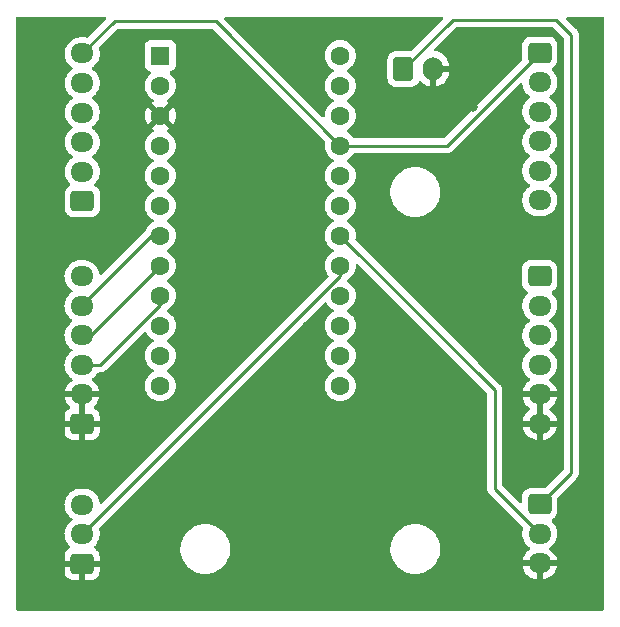
<source format=gbr>
%TF.GenerationSoftware,KiCad,Pcbnew,(6.0.4)*%
%TF.CreationDate,2022-04-18T00:34:21+09:00*%
%TF.ProjectId,chuniAir,6368756e-6941-4697-922e-6b696361645f,rev?*%
%TF.SameCoordinates,Original*%
%TF.FileFunction,Copper,L1,Top*%
%TF.FilePolarity,Positive*%
%FSLAX46Y46*%
G04 Gerber Fmt 4.6, Leading zero omitted, Abs format (unit mm)*
G04 Created by KiCad (PCBNEW (6.0.4)) date 2022-04-18 00:34:21*
%MOMM*%
%LPD*%
G01*
G04 APERTURE LIST*
G04 Aperture macros list*
%AMRoundRect*
0 Rectangle with rounded corners*
0 $1 Rounding radius*
0 $2 $3 $4 $5 $6 $7 $8 $9 X,Y pos of 4 corners*
0 Add a 4 corners polygon primitive as box body*
4,1,4,$2,$3,$4,$5,$6,$7,$8,$9,$2,$3,0*
0 Add four circle primitives for the rounded corners*
1,1,$1+$1,$2,$3*
1,1,$1+$1,$4,$5*
1,1,$1+$1,$6,$7*
1,1,$1+$1,$8,$9*
0 Add four rect primitives between the rounded corners*
20,1,$1+$1,$2,$3,$4,$5,0*
20,1,$1+$1,$4,$5,$6,$7,0*
20,1,$1+$1,$6,$7,$8,$9,0*
20,1,$1+$1,$8,$9,$2,$3,0*%
G04 Aperture macros list end*
%TA.AperFunction,ComponentPad*%
%ADD10R,1.600000X1.600000*%
%TD*%
%TA.AperFunction,ComponentPad*%
%ADD11C,1.600000*%
%TD*%
%TA.AperFunction,ComponentPad*%
%ADD12RoundRect,0.250000X0.725000X-0.600000X0.725000X0.600000X-0.725000X0.600000X-0.725000X-0.600000X0*%
%TD*%
%TA.AperFunction,ComponentPad*%
%ADD13O,1.950000X1.700000*%
%TD*%
%TA.AperFunction,ComponentPad*%
%ADD14RoundRect,0.250000X-0.600000X-0.750000X0.600000X-0.750000X0.600000X0.750000X-0.600000X0.750000X0*%
%TD*%
%TA.AperFunction,ComponentPad*%
%ADD15O,1.700000X2.000000*%
%TD*%
%TA.AperFunction,ComponentPad*%
%ADD16RoundRect,0.250000X-0.725000X0.600000X-0.725000X-0.600000X0.725000X-0.600000X0.725000X0.600000X0*%
%TD*%
%TA.AperFunction,ViaPad*%
%ADD17C,0.800000*%
%TD*%
%TA.AperFunction,Conductor*%
%ADD18C,0.250000*%
%TD*%
G04 APERTURE END LIST*
D10*
%TO.P,U1,1,TX*%
%TO.N,unconnected-(U1-Pad1)*%
X85090000Y-43180000D03*
D11*
%TO.P,U1,2,RX*%
%TO.N,unconnected-(U1-Pad2)*%
X85090000Y-45720000D03*
%TO.P,U1,3,GND*%
%TO.N,GND*%
X85090000Y-48260000D03*
%TO.P,U1,4,GND*%
%TO.N,unconnected-(U1-Pad4)*%
X85090000Y-50800000D03*
%TO.P,U1,5,SDA*%
%TO.N,unconnected-(U1-Pad5)*%
X85090000Y-53340000D03*
%TO.P,U1,6,SCL*%
%TO.N,unconnected-(U1-Pad6)*%
X85090000Y-55880000D03*
%TO.P,U1,7,D4*%
%TO.N,/OUT1*%
X85090000Y-58420000D03*
%TO.P,U1,8,C6*%
%TO.N,/OUT2*%
X85090000Y-60960000D03*
%TO.P,U1,9,D7*%
%TO.N,/OUT3*%
X85090000Y-63500000D03*
%TO.P,U1,10,E6*%
%TO.N,/OUT4*%
X85090000Y-66040000D03*
%TO.P,U1,11,B4*%
%TO.N,/OUT5*%
X85090000Y-68580000D03*
%TO.P,U1,12,B5*%
%TO.N,/OUT6*%
X85090000Y-71120000D03*
%TO.P,U1,13,B6*%
%TO.N,unconnected-(U1-Pad13)*%
X100330000Y-71120000D03*
%TO.P,U1,14,B2*%
%TO.N,unconnected-(U1-Pad14)*%
X100330000Y-68580000D03*
%TO.P,U1,15,B3*%
%TO.N,unconnected-(U1-Pad15)*%
X100330000Y-66040000D03*
%TO.P,U1,16,B1*%
%TO.N,unconnected-(U1-Pad16)*%
X100330000Y-63500000D03*
%TO.P,U1,17,F7*%
%TO.N,/DATA1*%
X100330000Y-60960000D03*
%TO.P,U1,18,F6*%
%TO.N,/DATA2*%
X100330000Y-58420000D03*
%TO.P,U1,19,F5*%
%TO.N,unconnected-(U1-Pad19)*%
X100330000Y-55880000D03*
%TO.P,U1,20,F4*%
%TO.N,unconnected-(U1-Pad20)*%
X100330000Y-53340000D03*
%TO.P,U1,21,VCC*%
%TO.N,+5V*%
X100330000Y-50800000D03*
%TO.P,U1,22,RST*%
%TO.N,unconnected-(U1-Pad22)*%
X100330000Y-48260000D03*
%TO.P,U1,23,GND*%
%TO.N,unconnected-(U1-Pad23)*%
X100330000Y-45720000D03*
%TO.P,U1,24,RAW*%
%TO.N,unconnected-(U1-Pad24)*%
X100330000Y-43180000D03*
%TD*%
D12*
%TO.P,Left_Sensor1,1,Pin_1*%
%TO.N,/TWR5*%
X78486000Y-55499000D03*
D13*
%TO.P,Left_Sensor1,2,Pin_2*%
%TO.N,/TWR4*%
X78486000Y-52999000D03*
%TO.P,Left_Sensor1,3,Pin_3*%
%TO.N,/TWR3*%
X78486000Y-50499000D03*
%TO.P,Left_Sensor1,4,Pin_4*%
%TO.N,/TWR2*%
X78486000Y-47999000D03*
%TO.P,Left_Sensor1,5,Pin_5*%
%TO.N,/TWR1*%
X78486000Y-45499000D03*
%TO.P,Left_Sensor1,6,Pin_6*%
%TO.N,+5V*%
X78486000Y-42999000D03*
%TD*%
D14*
%TO.P,Power1,1,Pin_1*%
%TO.N,+12V*%
X105684000Y-44306000D03*
D15*
%TO.P,Power1,2,Pin_2*%
%TO.N,GND*%
X108184000Y-44306000D03*
%TD*%
D12*
%TO.P,Left_LED1,1,Pin_1*%
%TO.N,GND*%
X78469000Y-86193000D03*
D13*
%TO.P,Left_LED1,2,Pin_2*%
%TO.N,/DATA1*%
X78469000Y-83693000D03*
%TO.P,Left_LED1,3,Pin_3*%
%TO.N,+12V*%
X78469000Y-81193000D03*
%TD*%
D16*
%TO.P,Right_Sensor2,1,Pin_1*%
%TO.N,/TWR6*%
X117221000Y-61849000D03*
D13*
%TO.P,Right_Sensor2,2,Pin_2*%
%TO.N,/OUT4*%
X117221000Y-64349000D03*
%TO.P,Right_Sensor2,3,Pin_3*%
%TO.N,/OUT5*%
X117221000Y-66849000D03*
%TO.P,Right_Sensor2,4,Pin_4*%
%TO.N,/OUT6*%
X117221000Y-69349000D03*
%TO.P,Right_Sensor2,5,Pin_5*%
%TO.N,GND*%
X117221000Y-71849000D03*
%TO.P,Right_Sensor2,6,Pin_6*%
X117221000Y-74349000D03*
%TD*%
D16*
%TO.P,Right_Sensor1,1,Pin_1*%
%TO.N,+5V*%
X117221000Y-42926000D03*
D13*
%TO.P,Right_Sensor1,2,Pin_2*%
%TO.N,/TWR1*%
X117221000Y-45426000D03*
%TO.P,Right_Sensor1,3,Pin_3*%
%TO.N,/TWR2*%
X117221000Y-47926000D03*
%TO.P,Right_Sensor1,4,Pin_4*%
%TO.N,/TWR3*%
X117221000Y-50426000D03*
%TO.P,Right_Sensor1,5,Pin_5*%
%TO.N,/TWR4*%
X117221000Y-52926000D03*
%TO.P,Right_Sensor1,6,Pin_6*%
%TO.N,/TWR5*%
X117221000Y-55426000D03*
%TD*%
D16*
%TO.P,Right_LED1,1,Pin_1*%
%TO.N,+12V*%
X117221000Y-81153000D03*
D13*
%TO.P,Right_LED1,2,Pin_2*%
%TO.N,/DATA2*%
X117221000Y-83653000D03*
%TO.P,Right_LED1,3,Pin_3*%
%TO.N,GND*%
X117221000Y-86153000D03*
%TD*%
D12*
%TO.P,Left_Sensor2,1,Pin_1*%
%TO.N,GND*%
X78469000Y-74362000D03*
D13*
%TO.P,Left_Sensor2,2,Pin_2*%
X78469000Y-71862000D03*
%TO.P,Left_Sensor2,3,Pin_3*%
%TO.N,/OUT3*%
X78469000Y-69362000D03*
%TO.P,Left_Sensor2,4,Pin_4*%
%TO.N,/OUT2*%
X78469000Y-66862000D03*
%TO.P,Left_Sensor2,5,Pin_5*%
%TO.N,/OUT1*%
X78469000Y-64362000D03*
%TO.P,Left_Sensor2,6,Pin_6*%
%TO.N,/TWR6*%
X78469000Y-61862000D03*
%TD*%
D17*
%TO.N,GND*%
X97536000Y-68326000D03*
X111565200Y-47557200D03*
X111633000Y-50546000D03*
X92329000Y-62103000D03*
X111633000Y-53721000D03*
X105156000Y-71882000D03*
X102865701Y-63123299D03*
X105156000Y-68453000D03*
X105156000Y-66040000D03*
X111633000Y-58801000D03*
X97536000Y-66040000D03*
%TD*%
D18*
%TO.N,/DATA2*%
X113411000Y-71501000D02*
X100330000Y-58420000D01*
X113411000Y-79843000D02*
X113411000Y-71501000D01*
X117221000Y-83653000D02*
X113411000Y-79843000D01*
%TO.N,/OUT2*%
X78469000Y-66862000D02*
X79188000Y-66862000D01*
X79188000Y-66862000D02*
X85090000Y-60960000D01*
%TO.N,/OUT1*%
X78469000Y-64362000D02*
X78469000Y-64279000D01*
X78469000Y-64279000D02*
X84328000Y-58420000D01*
X84328000Y-58420000D02*
X85090000Y-58420000D01*
%TO.N,/DATA1*%
X100330000Y-61832000D02*
X100330000Y-60960000D01*
X78469000Y-83693000D02*
X100330000Y-61832000D01*
%TO.N,+12V*%
X109858000Y-40132000D02*
X118618000Y-40132000D01*
X118618000Y-40132000D02*
X119888000Y-41402000D01*
X117181000Y-81193000D02*
X117221000Y-81153000D01*
X119888000Y-78486000D02*
X117221000Y-81153000D01*
X119888000Y-41402000D02*
X119888000Y-78486000D01*
X105684000Y-44306000D02*
X109858000Y-40132000D01*
%TO.N,+5V*%
X78486000Y-42999000D02*
X81226000Y-40259000D01*
X81226000Y-40259000D02*
X89789000Y-40259000D01*
X109347000Y-50800000D02*
X117221000Y-42926000D01*
X100330000Y-50800000D02*
X109347000Y-50800000D01*
X89789000Y-40259000D02*
X100330000Y-50800000D01*
%TO.N,/OUT3*%
X78469000Y-69362000D02*
X79990000Y-69362000D01*
X85090000Y-64262000D02*
X85090000Y-63500000D01*
X79990000Y-69362000D02*
X85090000Y-64262000D01*
%TD*%
%TA.AperFunction,Conductor*%
%TO.N,GND*%
G36*
X80474526Y-39898502D02*
G01*
X80521019Y-39952158D01*
X80531123Y-40022432D01*
X80501629Y-40087012D01*
X80495500Y-40093595D01*
X78962209Y-41626886D01*
X78899897Y-41660912D01*
X78850694Y-41661780D01*
X78743395Y-41642378D01*
X78743394Y-41642378D01*
X78739308Y-41641639D01*
X78721586Y-41640803D01*
X78716644Y-41640570D01*
X78716637Y-41640570D01*
X78715156Y-41640500D01*
X78303110Y-41640500D01*
X78236191Y-41646178D01*
X78136591Y-41654629D01*
X78136587Y-41654630D01*
X78131280Y-41655080D01*
X78126125Y-41656418D01*
X78126119Y-41656419D01*
X77913297Y-41711657D01*
X77913293Y-41711658D01*
X77908128Y-41712999D01*
X77903262Y-41715191D01*
X77903259Y-41715192D01*
X77864384Y-41732704D01*
X77697925Y-41807688D01*
X77506681Y-41936441D01*
X77339865Y-42095576D01*
X77202246Y-42280542D01*
X77199830Y-42285293D01*
X77199828Y-42285297D01*
X77174414Y-42335283D01*
X77097760Y-42486051D01*
X77029393Y-42706227D01*
X77028692Y-42711516D01*
X77008423Y-42864450D01*
X76999102Y-42934774D01*
X76999302Y-42940103D01*
X76999302Y-42940105D01*
X77001583Y-43000859D01*
X77007751Y-43165158D01*
X77055093Y-43390791D01*
X77057051Y-43395750D01*
X77057052Y-43395752D01*
X77127124Y-43573183D01*
X77139776Y-43605221D01*
X77142543Y-43609780D01*
X77142544Y-43609783D01*
X77189637Y-43687389D01*
X77259377Y-43802317D01*
X77262874Y-43806347D01*
X77371628Y-43931675D01*
X77410477Y-43976445D01*
X77414608Y-43979832D01*
X77584627Y-44119240D01*
X77584633Y-44119244D01*
X77588755Y-44122624D01*
X77620250Y-44140552D01*
X77669555Y-44191632D01*
X77683417Y-44261262D01*
X77657434Y-44327333D01*
X77628284Y-44354573D01*
X77506681Y-44436441D01*
X77502824Y-44440120D01*
X77502822Y-44440122D01*
X77455028Y-44485716D01*
X77339865Y-44595576D01*
X77202246Y-44780542D01*
X77199830Y-44785293D01*
X77199828Y-44785297D01*
X77155847Y-44871803D01*
X77097760Y-44986051D01*
X77096178Y-44991145D01*
X77096177Y-44991148D01*
X77034115Y-45191020D01*
X77029393Y-45206227D01*
X77028692Y-45211516D01*
X77002429Y-45409673D01*
X76999102Y-45434774D01*
X76999302Y-45440103D01*
X76999302Y-45440105D01*
X77002417Y-45523072D01*
X77007751Y-45665158D01*
X77008846Y-45670377D01*
X77019000Y-45718773D01*
X77055093Y-45890791D01*
X77057051Y-45895750D01*
X77057052Y-45895752D01*
X77074112Y-45938949D01*
X77139776Y-46105221D01*
X77142543Y-46109780D01*
X77142544Y-46109783D01*
X77181649Y-46174225D01*
X77259377Y-46302317D01*
X77262874Y-46306347D01*
X77349438Y-46406103D01*
X77410477Y-46476445D01*
X77452030Y-46510516D01*
X77584627Y-46619240D01*
X77584633Y-46619244D01*
X77588755Y-46622624D01*
X77620250Y-46640552D01*
X77669555Y-46691632D01*
X77683417Y-46761262D01*
X77657434Y-46827333D01*
X77628284Y-46854573D01*
X77506681Y-46936441D01*
X77502824Y-46940120D01*
X77502822Y-46940122D01*
X77487977Y-46954284D01*
X77339865Y-47095576D01*
X77202246Y-47280542D01*
X77199830Y-47285293D01*
X77199828Y-47285297D01*
X77150003Y-47383296D01*
X77097760Y-47486051D01*
X77096178Y-47491145D01*
X77096177Y-47491148D01*
X77053643Y-47628129D01*
X77029393Y-47706227D01*
X77028692Y-47711516D01*
X77004876Y-47891210D01*
X76999102Y-47934774D01*
X77007751Y-48165158D01*
X77008846Y-48170377D01*
X77027413Y-48258868D01*
X77055093Y-48390791D01*
X77057051Y-48395750D01*
X77057052Y-48395752D01*
X77074112Y-48438949D01*
X77139776Y-48605221D01*
X77142543Y-48609780D01*
X77142544Y-48609783D01*
X77166184Y-48648740D01*
X77259377Y-48802317D01*
X77262874Y-48806347D01*
X77362370Y-48921006D01*
X77410477Y-48976445D01*
X77452030Y-49010516D01*
X77584627Y-49119240D01*
X77584633Y-49119244D01*
X77588755Y-49122624D01*
X77620250Y-49140552D01*
X77669555Y-49191632D01*
X77683417Y-49261262D01*
X77657434Y-49327333D01*
X77628284Y-49354573D01*
X77506681Y-49436441D01*
X77502824Y-49440120D01*
X77502822Y-49440122D01*
X77479421Y-49462446D01*
X77339865Y-49595576D01*
X77202246Y-49780542D01*
X77199830Y-49785293D01*
X77199828Y-49785297D01*
X77150003Y-49883296D01*
X77097760Y-49986051D01*
X77096178Y-49991145D01*
X77096177Y-49991148D01*
X77048948Y-50143251D01*
X77029393Y-50206227D01*
X77028692Y-50211516D01*
X77005467Y-50386752D01*
X76999102Y-50434774D01*
X77007751Y-50665158D01*
X77055093Y-50890791D01*
X77057051Y-50895750D01*
X77057052Y-50895752D01*
X77074112Y-50938949D01*
X77139776Y-51105221D01*
X77142543Y-51109780D01*
X77142544Y-51109783D01*
X77166184Y-51148740D01*
X77259377Y-51302317D01*
X77262874Y-51306347D01*
X77397298Y-51461257D01*
X77410477Y-51476445D01*
X77452030Y-51510516D01*
X77584627Y-51619240D01*
X77584633Y-51619244D01*
X77588755Y-51622624D01*
X77620250Y-51640552D01*
X77669555Y-51691632D01*
X77683417Y-51761262D01*
X77657434Y-51827333D01*
X77628284Y-51854573D01*
X77506681Y-51936441D01*
X77502824Y-51940120D01*
X77502822Y-51940122D01*
X77486382Y-51955805D01*
X77339865Y-52095576D01*
X77202246Y-52280542D01*
X77199830Y-52285293D01*
X77199828Y-52285297D01*
X77176773Y-52330643D01*
X77097760Y-52486051D01*
X77096178Y-52491145D01*
X77096177Y-52491148D01*
X77037927Y-52678743D01*
X77029393Y-52706227D01*
X77028692Y-52711516D01*
X77000095Y-52927285D01*
X76999102Y-52934774D01*
X77007751Y-53165158D01*
X77055093Y-53390791D01*
X77057051Y-53395750D01*
X77057052Y-53395752D01*
X77074112Y-53438949D01*
X77139776Y-53605221D01*
X77142543Y-53609780D01*
X77142544Y-53609783D01*
X77166184Y-53648740D01*
X77259377Y-53802317D01*
X77262874Y-53806347D01*
X77349438Y-53906103D01*
X77410477Y-53976445D01*
X77446120Y-54005670D01*
X77486114Y-54064329D01*
X77488046Y-54135299D01*
X77451302Y-54196048D01*
X77432532Y-54210248D01*
X77395171Y-54233368D01*
X77286652Y-54300522D01*
X77161695Y-54425697D01*
X77157855Y-54431927D01*
X77157854Y-54431928D01*
X77090596Y-54541041D01*
X77068885Y-54576262D01*
X77045848Y-54645716D01*
X77025342Y-54707542D01*
X77013203Y-54744139D01*
X77002500Y-54848600D01*
X77002500Y-56149400D01*
X77002837Y-56152646D01*
X77002837Y-56152650D01*
X77010319Y-56224757D01*
X77013474Y-56255166D01*
X77015655Y-56261702D01*
X77015655Y-56261704D01*
X77050259Y-56365423D01*
X77069450Y-56422946D01*
X77162522Y-56573348D01*
X77287697Y-56698305D01*
X77293927Y-56702145D01*
X77293928Y-56702146D01*
X77431090Y-56786694D01*
X77438262Y-56791115D01*
X77518005Y-56817564D01*
X77599611Y-56844632D01*
X77599613Y-56844632D01*
X77606139Y-56846797D01*
X77612975Y-56847497D01*
X77612978Y-56847498D01*
X77656031Y-56851909D01*
X77710600Y-56857500D01*
X79261400Y-56857500D01*
X79264646Y-56857163D01*
X79264650Y-56857163D01*
X79360308Y-56847238D01*
X79360312Y-56847237D01*
X79367166Y-56846526D01*
X79373702Y-56844345D01*
X79373704Y-56844345D01*
X79505806Y-56800272D01*
X79534946Y-56790550D01*
X79685348Y-56697478D01*
X79810305Y-56572303D01*
X79903115Y-56421738D01*
X79958797Y-56253861D01*
X79969500Y-56149400D01*
X79969500Y-54848600D01*
X79966510Y-54819779D01*
X79959238Y-54749692D01*
X79959237Y-54749688D01*
X79958526Y-54742834D01*
X79902550Y-54575054D01*
X79809478Y-54424652D01*
X79684303Y-54299695D01*
X79538660Y-54209919D01*
X79491168Y-54157148D01*
X79479744Y-54087076D01*
X79508018Y-54021952D01*
X79517805Y-54011490D01*
X79628278Y-53906103D01*
X79632135Y-53902424D01*
X79769754Y-53717458D01*
X79874240Y-53511949D01*
X79910321Y-53395752D01*
X79941024Y-53296871D01*
X79942607Y-53291773D01*
X79952983Y-53213484D01*
X79972198Y-53068511D01*
X79972198Y-53068506D01*
X79972898Y-53063226D01*
X79970158Y-52990226D01*
X79964449Y-52838173D01*
X79964249Y-52832842D01*
X79958678Y-52806288D01*
X79918002Y-52612428D01*
X79916907Y-52607209D01*
X79832224Y-52392779D01*
X79787927Y-52319779D01*
X79715390Y-52200243D01*
X79712623Y-52195683D01*
X79625755Y-52095576D01*
X79565023Y-52025588D01*
X79565021Y-52025586D01*
X79561523Y-52021555D01*
X79472493Y-51948555D01*
X79387373Y-51878760D01*
X79387367Y-51878756D01*
X79383245Y-51875376D01*
X79351750Y-51857448D01*
X79302445Y-51806368D01*
X79288583Y-51736738D01*
X79314566Y-51670667D01*
X79343716Y-51643427D01*
X79382506Y-51617312D01*
X79465319Y-51561559D01*
X79481378Y-51546240D01*
X79538719Y-51491539D01*
X79632135Y-51402424D01*
X79644342Y-51386018D01*
X79757932Y-51233347D01*
X79769754Y-51217458D01*
X79874240Y-51011949D01*
X79910321Y-50895752D01*
X79941024Y-50796871D01*
X79942607Y-50791773D01*
X79952983Y-50713484D01*
X79972198Y-50568511D01*
X79972198Y-50568506D01*
X79972898Y-50563226D01*
X79970158Y-50490226D01*
X79965121Y-50356067D01*
X79964249Y-50332842D01*
X79916907Y-50107209D01*
X79867181Y-49981296D01*
X79834185Y-49897744D01*
X79834184Y-49897742D01*
X79832224Y-49892779D01*
X79787927Y-49819779D01*
X79715390Y-49700243D01*
X79712623Y-49695683D01*
X79686548Y-49665634D01*
X79565023Y-49525588D01*
X79565021Y-49525586D01*
X79561523Y-49521555D01*
X79518773Y-49486502D01*
X79387373Y-49378760D01*
X79387367Y-49378756D01*
X79383245Y-49375376D01*
X79351750Y-49357448D01*
X79302445Y-49306368D01*
X79288583Y-49236738D01*
X79314566Y-49170667D01*
X79343716Y-49143427D01*
X79408534Y-49099789D01*
X79465319Y-49061559D01*
X79481378Y-49046240D01*
X79538719Y-48991539D01*
X79632135Y-48902424D01*
X79769754Y-48717458D01*
X79776631Y-48703933D01*
X79829342Y-48600256D01*
X79874240Y-48511949D01*
X79881650Y-48488087D01*
X79941024Y-48296871D01*
X79942607Y-48291773D01*
X79946091Y-48265485D01*
X79946092Y-48265475D01*
X83777483Y-48265475D01*
X83796472Y-48482519D01*
X83798375Y-48493312D01*
X83854764Y-48703761D01*
X83858510Y-48714053D01*
X83950586Y-48911511D01*
X83956069Y-48921006D01*
X83992509Y-48973048D01*
X84002988Y-48981424D01*
X84016434Y-48974356D01*
X84717978Y-48272812D01*
X84724356Y-48261132D01*
X85454408Y-48261132D01*
X85454539Y-48262965D01*
X85458790Y-48269580D01*
X86164287Y-48975077D01*
X86176062Y-48981507D01*
X86188077Y-48972211D01*
X86223931Y-48921006D01*
X86229414Y-48911511D01*
X86321490Y-48714053D01*
X86325236Y-48703761D01*
X86381625Y-48493312D01*
X86383528Y-48482519D01*
X86402517Y-48265475D01*
X86402517Y-48254525D01*
X86383528Y-48037481D01*
X86381625Y-48026688D01*
X86325236Y-47816239D01*
X86321490Y-47805947D01*
X86229414Y-47608489D01*
X86223931Y-47598994D01*
X86187491Y-47546952D01*
X86177012Y-47538576D01*
X86163566Y-47545644D01*
X85462022Y-48247188D01*
X85454408Y-48261132D01*
X84724356Y-48261132D01*
X84725592Y-48258868D01*
X84725461Y-48257035D01*
X84721210Y-48250420D01*
X84015713Y-47544923D01*
X84003938Y-47538493D01*
X83991923Y-47547789D01*
X83956069Y-47598994D01*
X83950586Y-47608489D01*
X83858510Y-47805947D01*
X83854764Y-47816239D01*
X83798375Y-48026688D01*
X83796472Y-48037481D01*
X83777483Y-48254525D01*
X83777483Y-48265475D01*
X79946092Y-48265475D01*
X79972198Y-48068511D01*
X79972198Y-48068506D01*
X79972898Y-48063226D01*
X79971932Y-48037481D01*
X79964449Y-47838173D01*
X79964249Y-47832842D01*
X79916907Y-47607209D01*
X79890139Y-47539428D01*
X79834185Y-47397744D01*
X79834184Y-47397742D01*
X79832224Y-47392779D01*
X79787927Y-47319779D01*
X79715390Y-47200243D01*
X79712623Y-47195683D01*
X79649098Y-47122477D01*
X79565023Y-47025588D01*
X79565021Y-47025586D01*
X79561523Y-47021555D01*
X79472493Y-46948555D01*
X79387373Y-46878760D01*
X79387367Y-46878756D01*
X79383245Y-46875376D01*
X79351750Y-46857448D01*
X79302445Y-46806368D01*
X79288583Y-46736738D01*
X79314566Y-46670667D01*
X79343716Y-46643427D01*
X79382506Y-46617312D01*
X79465319Y-46561559D01*
X79481378Y-46546240D01*
X79538719Y-46491539D01*
X79632135Y-46402424D01*
X79769754Y-46217458D01*
X79796968Y-46163933D01*
X79829342Y-46100256D01*
X79874240Y-46011949D01*
X79892420Y-45953402D01*
X79941024Y-45796871D01*
X79942607Y-45791773D01*
X79952119Y-45720000D01*
X83776502Y-45720000D01*
X83796457Y-45948087D01*
X83797881Y-45953400D01*
X83797881Y-45953402D01*
X83839784Y-46109783D01*
X83855716Y-46169243D01*
X83858039Y-46174224D01*
X83858039Y-46174225D01*
X83950151Y-46371762D01*
X83950154Y-46371767D01*
X83952477Y-46376749D01*
X84019461Y-46472412D01*
X84073526Y-46549624D01*
X84083802Y-46564300D01*
X84245700Y-46726198D01*
X84250208Y-46729355D01*
X84250211Y-46729357D01*
X84285881Y-46754333D01*
X84433251Y-46857523D01*
X84438233Y-46859846D01*
X84438238Y-46859849D01*
X84473049Y-46876081D01*
X84526334Y-46922998D01*
X84545795Y-46991275D01*
X84525253Y-47059235D01*
X84473049Y-47104471D01*
X84438489Y-47120586D01*
X84428994Y-47126069D01*
X84376952Y-47162509D01*
X84368576Y-47172988D01*
X84375644Y-47186434D01*
X85077188Y-47887978D01*
X85091132Y-47895592D01*
X85092965Y-47895461D01*
X85099580Y-47891210D01*
X85805077Y-47185713D01*
X85811507Y-47173938D01*
X85802211Y-47161923D01*
X85751006Y-47126069D01*
X85741511Y-47120586D01*
X85706951Y-47104471D01*
X85653666Y-47057554D01*
X85634205Y-46989277D01*
X85654747Y-46921317D01*
X85706951Y-46876081D01*
X85741762Y-46859849D01*
X85741767Y-46859846D01*
X85746749Y-46857523D01*
X85894119Y-46754333D01*
X85929789Y-46729357D01*
X85929792Y-46729355D01*
X85934300Y-46726198D01*
X86096198Y-46564300D01*
X86106475Y-46549624D01*
X86160539Y-46472412D01*
X86227523Y-46376749D01*
X86229846Y-46371767D01*
X86229849Y-46371762D01*
X86321961Y-46174225D01*
X86321961Y-46174224D01*
X86324284Y-46169243D01*
X86340217Y-46109783D01*
X86382119Y-45953402D01*
X86382119Y-45953400D01*
X86383543Y-45948087D01*
X86403498Y-45720000D01*
X86383543Y-45491913D01*
X86368233Y-45434774D01*
X86325707Y-45276067D01*
X86325706Y-45276065D01*
X86324284Y-45270757D01*
X86302165Y-45223322D01*
X86229849Y-45068238D01*
X86229846Y-45068233D01*
X86227523Y-45063251D01*
X86154098Y-44958389D01*
X86099357Y-44880211D01*
X86099355Y-44880208D01*
X86096198Y-44875700D01*
X85934300Y-44713802D01*
X85929789Y-44710643D01*
X85925576Y-44707108D01*
X85926527Y-44705974D01*
X85886529Y-44655929D01*
X85879224Y-44585310D01*
X85911258Y-44521951D01*
X85972462Y-44485970D01*
X85989517Y-44482918D01*
X86000316Y-44481745D01*
X86136705Y-44430615D01*
X86253261Y-44343261D01*
X86340615Y-44226705D01*
X86391745Y-44090316D01*
X86398500Y-44028134D01*
X86398500Y-42331866D01*
X86391745Y-42269684D01*
X86340615Y-42133295D01*
X86253261Y-42016739D01*
X86136705Y-41929385D01*
X86000316Y-41878255D01*
X85938134Y-41871500D01*
X84241866Y-41871500D01*
X84179684Y-41878255D01*
X84043295Y-41929385D01*
X83926739Y-42016739D01*
X83839385Y-42133295D01*
X83788255Y-42269684D01*
X83781500Y-42331866D01*
X83781500Y-44028134D01*
X83788255Y-44090316D01*
X83839385Y-44226705D01*
X83926739Y-44343261D01*
X84043295Y-44430615D01*
X84179684Y-44481745D01*
X84190474Y-44482917D01*
X84192606Y-44483803D01*
X84195222Y-44484425D01*
X84195121Y-44484848D01*
X84256035Y-44510155D01*
X84296463Y-44568517D01*
X84298922Y-44639471D01*
X84262629Y-44700490D01*
X84253969Y-44707489D01*
X84250207Y-44710646D01*
X84245700Y-44713802D01*
X84083802Y-44875700D01*
X84080645Y-44880208D01*
X84080643Y-44880211D01*
X84025902Y-44958389D01*
X83952477Y-45063251D01*
X83950154Y-45068233D01*
X83950151Y-45068238D01*
X83877835Y-45223322D01*
X83855716Y-45270757D01*
X83854294Y-45276065D01*
X83854293Y-45276067D01*
X83811767Y-45434774D01*
X83796457Y-45491913D01*
X83776502Y-45720000D01*
X79952119Y-45720000D01*
X79952282Y-45718773D01*
X79972198Y-45568511D01*
X79972198Y-45568506D01*
X79972898Y-45563226D01*
X79971625Y-45529303D01*
X79965972Y-45378738D01*
X79964249Y-45332842D01*
X79916907Y-45107209D01*
X79886119Y-45029248D01*
X79834185Y-44897744D01*
X79834184Y-44897742D01*
X79832224Y-44892779D01*
X79819496Y-44871803D01*
X79715390Y-44700243D01*
X79712623Y-44695683D01*
X79625755Y-44595576D01*
X79565023Y-44525588D01*
X79565021Y-44525586D01*
X79561523Y-44521555D01*
X79475474Y-44450999D01*
X79387373Y-44378760D01*
X79387367Y-44378756D01*
X79383245Y-44375376D01*
X79351750Y-44357448D01*
X79302445Y-44306368D01*
X79288583Y-44236738D01*
X79314566Y-44170667D01*
X79343716Y-44143427D01*
X79379642Y-44119240D01*
X79465319Y-44061559D01*
X79475340Y-44052000D01*
X79601472Y-43931675D01*
X79632135Y-43902424D01*
X79769754Y-43717458D01*
X79774327Y-43708465D01*
X79829342Y-43600256D01*
X79874240Y-43511949D01*
X79876212Y-43505600D01*
X79941024Y-43296871D01*
X79942607Y-43291773D01*
X79951188Y-43227032D01*
X79972198Y-43068511D01*
X79972198Y-43068506D01*
X79972898Y-43063226D01*
X79964249Y-42832842D01*
X79942830Y-42730757D01*
X79918004Y-42612435D01*
X79918002Y-42612430D01*
X79916907Y-42607209D01*
X79906734Y-42581449D01*
X79900316Y-42510743D01*
X79934831Y-42446073D01*
X81451499Y-40929405D01*
X81513811Y-40895379D01*
X81540594Y-40892500D01*
X89474406Y-40892500D01*
X89542527Y-40912502D01*
X89563501Y-40929405D01*
X99020848Y-50386752D01*
X99054874Y-50449064D01*
X99053459Y-50508459D01*
X99037882Y-50566591D01*
X99037881Y-50566598D01*
X99036457Y-50571913D01*
X99016502Y-50800000D01*
X99036457Y-51028087D01*
X99037881Y-51033400D01*
X99037881Y-51033402D01*
X99091457Y-51233347D01*
X99095716Y-51249243D01*
X99098039Y-51254224D01*
X99098039Y-51254225D01*
X99190151Y-51451762D01*
X99190154Y-51451767D01*
X99192477Y-51456749D01*
X99265866Y-51561559D01*
X99306255Y-51619240D01*
X99323802Y-51644300D01*
X99485700Y-51806198D01*
X99490208Y-51809355D01*
X99490211Y-51809357D01*
X99554786Y-51854573D01*
X99673251Y-51937523D01*
X99678233Y-51939846D01*
X99678238Y-51939849D01*
X99712457Y-51955805D01*
X99765742Y-52002722D01*
X99785203Y-52070999D01*
X99764661Y-52138959D01*
X99712457Y-52184195D01*
X99678238Y-52200151D01*
X99678233Y-52200154D01*
X99673251Y-52202477D01*
X99659227Y-52212297D01*
X99490211Y-52330643D01*
X99490208Y-52330645D01*
X99485700Y-52333802D01*
X99323802Y-52495700D01*
X99320645Y-52500208D01*
X99320643Y-52500211D01*
X99293183Y-52539428D01*
X99192477Y-52683251D01*
X99190154Y-52688233D01*
X99190151Y-52688238D01*
X99122722Y-52832842D01*
X99095716Y-52890757D01*
X99094294Y-52896065D01*
X99094293Y-52896067D01*
X99037881Y-53106598D01*
X99036457Y-53111913D01*
X99016502Y-53340000D01*
X99036457Y-53568087D01*
X99037881Y-53573400D01*
X99037881Y-53573402D01*
X99080739Y-53733347D01*
X99095716Y-53789243D01*
X99098039Y-53794224D01*
X99098039Y-53794225D01*
X99190151Y-53991762D01*
X99190154Y-53991767D01*
X99192477Y-53996749D01*
X99212420Y-54025230D01*
X99318714Y-54177033D01*
X99323802Y-54184300D01*
X99485700Y-54346198D01*
X99490208Y-54349355D01*
X99490211Y-54349357D01*
X99510325Y-54363441D01*
X99673251Y-54477523D01*
X99678233Y-54479846D01*
X99678238Y-54479849D01*
X99712457Y-54495805D01*
X99765742Y-54542722D01*
X99785203Y-54610999D01*
X99764661Y-54678959D01*
X99712457Y-54724195D01*
X99678238Y-54740151D01*
X99678233Y-54740154D01*
X99673251Y-54742477D01*
X99569368Y-54815217D01*
X99490211Y-54870643D01*
X99490208Y-54870645D01*
X99485700Y-54873802D01*
X99323802Y-55035700D01*
X99192477Y-55223251D01*
X99190154Y-55228233D01*
X99190151Y-55228238D01*
X99127883Y-55361774D01*
X99095716Y-55430757D01*
X99094294Y-55436065D01*
X99094293Y-55436067D01*
X99079781Y-55490226D01*
X99036457Y-55651913D01*
X99016502Y-55880000D01*
X99036457Y-56108087D01*
X99037881Y-56113400D01*
X99037881Y-56113402D01*
X99070021Y-56233347D01*
X99095716Y-56329243D01*
X99098039Y-56334224D01*
X99098039Y-56334225D01*
X99190151Y-56531762D01*
X99190154Y-56531767D01*
X99192477Y-56536749D01*
X99221726Y-56578521D01*
X99316130Y-56713343D01*
X99323802Y-56724300D01*
X99485700Y-56886198D01*
X99490208Y-56889355D01*
X99490211Y-56889357D01*
X99568389Y-56944098D01*
X99673251Y-57017523D01*
X99678233Y-57019846D01*
X99678238Y-57019849D01*
X99712457Y-57035805D01*
X99765742Y-57082722D01*
X99785203Y-57150999D01*
X99764661Y-57218959D01*
X99712457Y-57264195D01*
X99678238Y-57280151D01*
X99678233Y-57280154D01*
X99673251Y-57282477D01*
X99568389Y-57355902D01*
X99490211Y-57410643D01*
X99490208Y-57410645D01*
X99485700Y-57413802D01*
X99323802Y-57575700D01*
X99192477Y-57763251D01*
X99190154Y-57768233D01*
X99190151Y-57768238D01*
X99098041Y-57965771D01*
X99095716Y-57970757D01*
X99094294Y-57976065D01*
X99094293Y-57976067D01*
X99037881Y-58186598D01*
X99036457Y-58191913D01*
X99016502Y-58420000D01*
X99036457Y-58648087D01*
X99037881Y-58653400D01*
X99037881Y-58653402D01*
X99069375Y-58770936D01*
X99095716Y-58869243D01*
X99098039Y-58874224D01*
X99098039Y-58874225D01*
X99190151Y-59071762D01*
X99190154Y-59071767D01*
X99192477Y-59076749D01*
X99323802Y-59264300D01*
X99485700Y-59426198D01*
X99490208Y-59429355D01*
X99490211Y-59429357D01*
X99527409Y-59455403D01*
X99673251Y-59557523D01*
X99678233Y-59559846D01*
X99678238Y-59559849D01*
X99712457Y-59575805D01*
X99765742Y-59622722D01*
X99785203Y-59690999D01*
X99764661Y-59758959D01*
X99712457Y-59804195D01*
X99678238Y-59820151D01*
X99678233Y-59820154D01*
X99673251Y-59822477D01*
X99568389Y-59895902D01*
X99490211Y-59950643D01*
X99490208Y-59950645D01*
X99485700Y-59953802D01*
X99323802Y-60115700D01*
X99192477Y-60303251D01*
X99190154Y-60308233D01*
X99190151Y-60308238D01*
X99099100Y-60503500D01*
X99095716Y-60510757D01*
X99094294Y-60516065D01*
X99094293Y-60516067D01*
X99059298Y-60646668D01*
X99036457Y-60731913D01*
X99016502Y-60960000D01*
X99036457Y-61188087D01*
X99037880Y-61193398D01*
X99037881Y-61193402D01*
X99055926Y-61260744D01*
X99095716Y-61409243D01*
X99098039Y-61414224D01*
X99098039Y-61414225D01*
X99190151Y-61611762D01*
X99190154Y-61611767D01*
X99192477Y-61616749D01*
X99319991Y-61798857D01*
X99342679Y-61866131D01*
X99325394Y-61934991D01*
X99305873Y-61960223D01*
X80161449Y-81104646D01*
X80099137Y-81138672D01*
X80028322Y-81133607D01*
X79971486Y-81091060D01*
X79947413Y-81031199D01*
X79947249Y-81026842D01*
X79899907Y-80801209D01*
X79815224Y-80586779D01*
X79802254Y-80565404D01*
X79698390Y-80394243D01*
X79695623Y-80389683D01*
X79608755Y-80289576D01*
X79548023Y-80219588D01*
X79548021Y-80219586D01*
X79544523Y-80215555D01*
X79473152Y-80157034D01*
X79370373Y-80072760D01*
X79370367Y-80072756D01*
X79366245Y-80069376D01*
X79361609Y-80066737D01*
X79361606Y-80066735D01*
X79170529Y-79957968D01*
X79165886Y-79955325D01*
X78949175Y-79876663D01*
X78943926Y-79875714D01*
X78943923Y-79875713D01*
X78726392Y-79836377D01*
X78726385Y-79836376D01*
X78722308Y-79835639D01*
X78704586Y-79834803D01*
X78699644Y-79834570D01*
X78699637Y-79834570D01*
X78698156Y-79834500D01*
X78286110Y-79834500D01*
X78219191Y-79840178D01*
X78119591Y-79848629D01*
X78119587Y-79848630D01*
X78114280Y-79849080D01*
X78109125Y-79850418D01*
X78109119Y-79850419D01*
X77896297Y-79905657D01*
X77896293Y-79905658D01*
X77891128Y-79906999D01*
X77886262Y-79909191D01*
X77886259Y-79909192D01*
X77768277Y-79962339D01*
X77680925Y-80001688D01*
X77489681Y-80130441D01*
X77322865Y-80289576D01*
X77185246Y-80474542D01*
X77182830Y-80479293D01*
X77182828Y-80479297D01*
X77169345Y-80505817D01*
X77080760Y-80680051D01*
X77079178Y-80685145D01*
X77079177Y-80685148D01*
X77017115Y-80885020D01*
X77012393Y-80900227D01*
X77011692Y-80905516D01*
X76985300Y-81104646D01*
X76982102Y-81128774D01*
X76982302Y-81134103D01*
X76982302Y-81134105D01*
X76986427Y-81243966D01*
X76990751Y-81359158D01*
X77038093Y-81584791D01*
X77122776Y-81799221D01*
X77242377Y-81996317D01*
X77393477Y-82170445D01*
X77397608Y-82173832D01*
X77567627Y-82313240D01*
X77567633Y-82313244D01*
X77571755Y-82316624D01*
X77603250Y-82334552D01*
X77652555Y-82385632D01*
X77666417Y-82455262D01*
X77640434Y-82521333D01*
X77611284Y-82548573D01*
X77489681Y-82630441D01*
X77322865Y-82789576D01*
X77185246Y-82974542D01*
X77182830Y-82979293D01*
X77182828Y-82979297D01*
X77133003Y-83077296D01*
X77080760Y-83180051D01*
X77079178Y-83185145D01*
X77079177Y-83185148D01*
X77037131Y-83320559D01*
X77012393Y-83400227D01*
X77011692Y-83405516D01*
X76994423Y-83535814D01*
X76982102Y-83628774D01*
X76982302Y-83634103D01*
X76982302Y-83634105D01*
X76985423Y-83717226D01*
X76990751Y-83859158D01*
X77038093Y-84084791D01*
X77040051Y-84089750D01*
X77040052Y-84089752D01*
X77112067Y-84272103D01*
X77122776Y-84299221D01*
X77125543Y-84303780D01*
X77125544Y-84303783D01*
X77169209Y-84375740D01*
X77242377Y-84496317D01*
X77245874Y-84500347D01*
X77332438Y-84600103D01*
X77393477Y-84670445D01*
X77397608Y-84673832D01*
X77429529Y-84700006D01*
X77469524Y-84758666D01*
X77471455Y-84829636D01*
X77434710Y-84890384D01*
X77415941Y-84904584D01*
X77276193Y-84991063D01*
X77264792Y-85000099D01*
X77150261Y-85114829D01*
X77141249Y-85126240D01*
X77056184Y-85264243D01*
X77050037Y-85277424D01*
X76998862Y-85431710D01*
X76995995Y-85445086D01*
X76986328Y-85539438D01*
X76986000Y-85545855D01*
X76986000Y-85920885D01*
X76990475Y-85936124D01*
X76991865Y-85937329D01*
X76999548Y-85939000D01*
X79933884Y-85939000D01*
X79949123Y-85934525D01*
X79950328Y-85933135D01*
X79951999Y-85925452D01*
X79951999Y-85545905D01*
X79951662Y-85539386D01*
X79941743Y-85443794D01*
X79938851Y-85430400D01*
X79887412Y-85276216D01*
X79881239Y-85263038D01*
X79795937Y-85125193D01*
X79786901Y-85113792D01*
X79768781Y-85095703D01*
X86790743Y-85095703D01*
X86828268Y-85380734D01*
X86904129Y-85658036D01*
X86905813Y-85661984D01*
X87006910Y-85899000D01*
X87016923Y-85922476D01*
X87164561Y-86169161D01*
X87344313Y-86393528D01*
X87419750Y-86465115D01*
X87508797Y-86549617D01*
X87552851Y-86591423D01*
X87786317Y-86759186D01*
X87790112Y-86761195D01*
X87790113Y-86761196D01*
X87811869Y-86772715D01*
X88040392Y-86893712D01*
X88064699Y-86902607D01*
X88221675Y-86960052D01*
X88310373Y-86992511D01*
X88591264Y-87053755D01*
X88619841Y-87056004D01*
X88814282Y-87071307D01*
X88814291Y-87071307D01*
X88816739Y-87071500D01*
X88972271Y-87071500D01*
X88974407Y-87071354D01*
X88974418Y-87071354D01*
X89182548Y-87057165D01*
X89182554Y-87057164D01*
X89186825Y-87056873D01*
X89191020Y-87056004D01*
X89191022Y-87056004D01*
X89327583Y-87027724D01*
X89468342Y-86998574D01*
X89739343Y-86902607D01*
X89994812Y-86770750D01*
X89998313Y-86768289D01*
X89998317Y-86768287D01*
X90112418Y-86688095D01*
X90230023Y-86605441D01*
X90395710Y-86451475D01*
X90437479Y-86412661D01*
X90437481Y-86412658D01*
X90440622Y-86409740D01*
X90622713Y-86187268D01*
X90772927Y-85942142D01*
X90854470Y-85756383D01*
X90886757Y-85682830D01*
X90888483Y-85678898D01*
X90967244Y-85402406D01*
X91007751Y-85117784D01*
X91007845Y-85099951D01*
X91007867Y-85095703D01*
X104570743Y-85095703D01*
X104608268Y-85380734D01*
X104684129Y-85658036D01*
X104685813Y-85661984D01*
X104786910Y-85899000D01*
X104796923Y-85922476D01*
X104944561Y-86169161D01*
X105124313Y-86393528D01*
X105199750Y-86465115D01*
X105288797Y-86549617D01*
X105332851Y-86591423D01*
X105566317Y-86759186D01*
X105570112Y-86761195D01*
X105570113Y-86761196D01*
X105591869Y-86772715D01*
X105820392Y-86893712D01*
X105844699Y-86902607D01*
X106001675Y-86960052D01*
X106090373Y-86992511D01*
X106371264Y-87053755D01*
X106399841Y-87056004D01*
X106594282Y-87071307D01*
X106594291Y-87071307D01*
X106596739Y-87071500D01*
X106752271Y-87071500D01*
X106754407Y-87071354D01*
X106754418Y-87071354D01*
X106962548Y-87057165D01*
X106962554Y-87057164D01*
X106966825Y-87056873D01*
X106971020Y-87056004D01*
X106971022Y-87056004D01*
X107107583Y-87027724D01*
X107248342Y-86998574D01*
X107519343Y-86902607D01*
X107774812Y-86770750D01*
X107778313Y-86768289D01*
X107778317Y-86768287D01*
X107892418Y-86688095D01*
X108010023Y-86605441D01*
X108175710Y-86451475D01*
X108207881Y-86421580D01*
X115764752Y-86421580D01*
X115789477Y-86539421D01*
X115792537Y-86549617D01*
X115873263Y-86754029D01*
X115877994Y-86763561D01*
X115992016Y-86951462D01*
X115998280Y-86960052D01*
X116142327Y-87126052D01*
X116149958Y-87133472D01*
X116319911Y-87272826D01*
X116328678Y-87278850D01*
X116519682Y-87387576D01*
X116529346Y-87392041D01*
X116735941Y-87467031D01*
X116746208Y-87469802D01*
X116949174Y-87506504D01*
X116962414Y-87505085D01*
X116967000Y-87490450D01*
X116967000Y-87486849D01*
X117475000Y-87486849D01*
X117479310Y-87501527D01*
X117491193Y-87503590D01*
X117570325Y-87496876D01*
X117580797Y-87495086D01*
X117793535Y-87439870D01*
X117803575Y-87436335D01*
X118003970Y-87346063D01*
X118013256Y-87340894D01*
X118195575Y-87218150D01*
X118203870Y-87211481D01*
X118362900Y-87059772D01*
X118369941Y-87051814D01*
X118501141Y-86875475D01*
X118506745Y-86866438D01*
X118606357Y-86670516D01*
X118610357Y-86660665D01*
X118675534Y-86450760D01*
X118677817Y-86440376D01*
X118679861Y-86424957D01*
X118677665Y-86410793D01*
X118664478Y-86407000D01*
X117493115Y-86407000D01*
X117477876Y-86411475D01*
X117476671Y-86412865D01*
X117475000Y-86420548D01*
X117475000Y-87486849D01*
X116967000Y-87486849D01*
X116967000Y-86425115D01*
X116962525Y-86409876D01*
X116961135Y-86408671D01*
X116953452Y-86407000D01*
X115779808Y-86407000D01*
X115766277Y-86410973D01*
X115764752Y-86421580D01*
X108207881Y-86421580D01*
X108217479Y-86412661D01*
X108217481Y-86412658D01*
X108220622Y-86409740D01*
X108402713Y-86187268D01*
X108552927Y-85942142D01*
X108634470Y-85756383D01*
X108666757Y-85682830D01*
X108668483Y-85678898D01*
X108747244Y-85402406D01*
X108787751Y-85117784D01*
X108787845Y-85099951D01*
X108789235Y-84834583D01*
X108789235Y-84834576D01*
X108789257Y-84830297D01*
X108774152Y-84715559D01*
X108753201Y-84556424D01*
X108751732Y-84545266D01*
X108675871Y-84267964D01*
X108597741Y-84084791D01*
X108564763Y-84007476D01*
X108564761Y-84007472D01*
X108563077Y-84003524D01*
X108415439Y-83756839D01*
X108235687Y-83532472D01*
X108059752Y-83365516D01*
X108030258Y-83337527D01*
X108030255Y-83337525D01*
X108027149Y-83334577D01*
X107793683Y-83166814D01*
X107772844Y-83155780D01*
X107671235Y-83101981D01*
X107539608Y-83032288D01*
X107381810Y-82974542D01*
X107273658Y-82934964D01*
X107273656Y-82934963D01*
X107269627Y-82933489D01*
X106988736Y-82872245D01*
X106957685Y-82869801D01*
X106765718Y-82854693D01*
X106765709Y-82854693D01*
X106763261Y-82854500D01*
X106607729Y-82854500D01*
X106605593Y-82854646D01*
X106605582Y-82854646D01*
X106397452Y-82868835D01*
X106397446Y-82868836D01*
X106393175Y-82869127D01*
X106388980Y-82869996D01*
X106388978Y-82869996D01*
X106252416Y-82898277D01*
X106111658Y-82927426D01*
X105840657Y-83023393D01*
X105585188Y-83155250D01*
X105581687Y-83157711D01*
X105581683Y-83157713D01*
X105481048Y-83228441D01*
X105349977Y-83320559D01*
X105334892Y-83334577D01*
X105165299Y-83492173D01*
X105139378Y-83516260D01*
X104957287Y-83738732D01*
X104807073Y-83983858D01*
X104805347Y-83987791D01*
X104805346Y-83987792D01*
X104760589Y-84089752D01*
X104691517Y-84247102D01*
X104612756Y-84523594D01*
X104591374Y-84673832D01*
X104576061Y-84781434D01*
X104572249Y-84808216D01*
X104572227Y-84812505D01*
X104572226Y-84812512D01*
X104570784Y-85087852D01*
X104570743Y-85095703D01*
X91007867Y-85095703D01*
X91009235Y-84834583D01*
X91009235Y-84834576D01*
X91009257Y-84830297D01*
X90994152Y-84715559D01*
X90973201Y-84556424D01*
X90971732Y-84545266D01*
X90895871Y-84267964D01*
X90817741Y-84084791D01*
X90784763Y-84007476D01*
X90784761Y-84007472D01*
X90783077Y-84003524D01*
X90635439Y-83756839D01*
X90455687Y-83532472D01*
X90279752Y-83365516D01*
X90250258Y-83337527D01*
X90250255Y-83337525D01*
X90247149Y-83334577D01*
X90013683Y-83166814D01*
X89992844Y-83155780D01*
X89891235Y-83101981D01*
X89759608Y-83032288D01*
X89601810Y-82974542D01*
X89493658Y-82934964D01*
X89493656Y-82934963D01*
X89489627Y-82933489D01*
X89208736Y-82872245D01*
X89177685Y-82869801D01*
X88985718Y-82854693D01*
X88985709Y-82854693D01*
X88983261Y-82854500D01*
X88827729Y-82854500D01*
X88825593Y-82854646D01*
X88825582Y-82854646D01*
X88617452Y-82868835D01*
X88617446Y-82868836D01*
X88613175Y-82869127D01*
X88608980Y-82869996D01*
X88608978Y-82869996D01*
X88472416Y-82898277D01*
X88331658Y-82927426D01*
X88060657Y-83023393D01*
X87805188Y-83155250D01*
X87801687Y-83157711D01*
X87801683Y-83157713D01*
X87701048Y-83228441D01*
X87569977Y-83320559D01*
X87554892Y-83334577D01*
X87385299Y-83492173D01*
X87359378Y-83516260D01*
X87177287Y-83738732D01*
X87027073Y-83983858D01*
X87025347Y-83987791D01*
X87025346Y-83987792D01*
X86980589Y-84089752D01*
X86911517Y-84247102D01*
X86832756Y-84523594D01*
X86811374Y-84673832D01*
X86796061Y-84781434D01*
X86792249Y-84808216D01*
X86792227Y-84812505D01*
X86792226Y-84812512D01*
X86790784Y-85087852D01*
X86790743Y-85095703D01*
X79768781Y-85095703D01*
X79672171Y-84999261D01*
X79660757Y-84990247D01*
X79521287Y-84904277D01*
X79473793Y-84851505D01*
X79462369Y-84781434D01*
X79490643Y-84716310D01*
X79500430Y-84705847D01*
X79533991Y-84673832D01*
X79615135Y-84596424D01*
X79656280Y-84541124D01*
X79749568Y-84415740D01*
X79752754Y-84411458D01*
X79857240Y-84205949D01*
X79869661Y-84165949D01*
X79924024Y-83990871D01*
X79925607Y-83985773D01*
X79926308Y-83980484D01*
X79955198Y-83762511D01*
X79955198Y-83762506D01*
X79955898Y-83757226D01*
X79947249Y-83526842D01*
X79912290Y-83360227D01*
X79901004Y-83306435D01*
X79901002Y-83306430D01*
X79899907Y-83301209D01*
X79889734Y-83275449D01*
X79883316Y-83204743D01*
X79917831Y-83140073D01*
X98972591Y-64085313D01*
X99034903Y-64051287D01*
X99105718Y-64056352D01*
X99162554Y-64098899D01*
X99175880Y-64121157D01*
X99192477Y-64156749D01*
X99216196Y-64190623D01*
X99274689Y-64274159D01*
X99323802Y-64344300D01*
X99485700Y-64506198D01*
X99490208Y-64509355D01*
X99490211Y-64509357D01*
X99568389Y-64564098D01*
X99673251Y-64637523D01*
X99678233Y-64639846D01*
X99678238Y-64639849D01*
X99712457Y-64655805D01*
X99765742Y-64702722D01*
X99785203Y-64770999D01*
X99764661Y-64838959D01*
X99712457Y-64884195D01*
X99678238Y-64900151D01*
X99678233Y-64900154D01*
X99673251Y-64902477D01*
X99605016Y-64950256D01*
X99490211Y-65030643D01*
X99490208Y-65030645D01*
X99485700Y-65033802D01*
X99323802Y-65195700D01*
X99320645Y-65200208D01*
X99320643Y-65200211D01*
X99287079Y-65248146D01*
X99192477Y-65383251D01*
X99190154Y-65388233D01*
X99190151Y-65388238D01*
X99146318Y-65482240D01*
X99095716Y-65590757D01*
X99094294Y-65596065D01*
X99094293Y-65596067D01*
X99037881Y-65806598D01*
X99036457Y-65811913D01*
X99016502Y-66040000D01*
X99036457Y-66268087D01*
X99095716Y-66489243D01*
X99098039Y-66494224D01*
X99098039Y-66494225D01*
X99190151Y-66691762D01*
X99190154Y-66691767D01*
X99192477Y-66696749D01*
X99323802Y-66884300D01*
X99485700Y-67046198D01*
X99490208Y-67049355D01*
X99490211Y-67049357D01*
X99568389Y-67104098D01*
X99673251Y-67177523D01*
X99678233Y-67179846D01*
X99678238Y-67179849D01*
X99712457Y-67195805D01*
X99765742Y-67242722D01*
X99785203Y-67310999D01*
X99764661Y-67378959D01*
X99712457Y-67424195D01*
X99678238Y-67440151D01*
X99678233Y-67440154D01*
X99673251Y-67442477D01*
X99655051Y-67455221D01*
X99490211Y-67570643D01*
X99490208Y-67570645D01*
X99485700Y-67573802D01*
X99323802Y-67735700D01*
X99320645Y-67740208D01*
X99320643Y-67740211D01*
X99305984Y-67761146D01*
X99192477Y-67923251D01*
X99190154Y-67928233D01*
X99190151Y-67928238D01*
X99104777Y-68111325D01*
X99095716Y-68130757D01*
X99094294Y-68136065D01*
X99094293Y-68136067D01*
X99037881Y-68346598D01*
X99036457Y-68351913D01*
X99016502Y-68580000D01*
X99036457Y-68808087D01*
X99095716Y-69029243D01*
X99098039Y-69034224D01*
X99098039Y-69034225D01*
X99190151Y-69231762D01*
X99190154Y-69231767D01*
X99192477Y-69236749D01*
X99323802Y-69424300D01*
X99485700Y-69586198D01*
X99490208Y-69589355D01*
X99490211Y-69589357D01*
X99557516Y-69636484D01*
X99673251Y-69717523D01*
X99678233Y-69719846D01*
X99678238Y-69719849D01*
X99712457Y-69735805D01*
X99765742Y-69782722D01*
X99785203Y-69850999D01*
X99764661Y-69918959D01*
X99712457Y-69964195D01*
X99678238Y-69980151D01*
X99678233Y-69980154D01*
X99673251Y-69982477D01*
X99568389Y-70055902D01*
X99490211Y-70110643D01*
X99490208Y-70110645D01*
X99485700Y-70113802D01*
X99323802Y-70275700D01*
X99320645Y-70280208D01*
X99320643Y-70280211D01*
X99265902Y-70358389D01*
X99192477Y-70463251D01*
X99190154Y-70468233D01*
X99190151Y-70468238D01*
X99156543Y-70540312D01*
X99095716Y-70670757D01*
X99094294Y-70676065D01*
X99094293Y-70676067D01*
X99061929Y-70796852D01*
X99036457Y-70891913D01*
X99016502Y-71120000D01*
X99036457Y-71348087D01*
X99037881Y-71353400D01*
X99037881Y-71353402D01*
X99074227Y-71489044D01*
X99095716Y-71569243D01*
X99098039Y-71574224D01*
X99098039Y-71574225D01*
X99190151Y-71771762D01*
X99190154Y-71771767D01*
X99192477Y-71776749D01*
X99323802Y-71964300D01*
X99485700Y-72126198D01*
X99490208Y-72129355D01*
X99490211Y-72129357D01*
X99533631Y-72159760D01*
X99673251Y-72257523D01*
X99678233Y-72259846D01*
X99678238Y-72259849D01*
X99875775Y-72351961D01*
X99880757Y-72354284D01*
X99886065Y-72355706D01*
X99886067Y-72355707D01*
X100096598Y-72412119D01*
X100096600Y-72412119D01*
X100101913Y-72413543D01*
X100330000Y-72433498D01*
X100558087Y-72413543D01*
X100563400Y-72412119D01*
X100563402Y-72412119D01*
X100773933Y-72355707D01*
X100773935Y-72355706D01*
X100779243Y-72354284D01*
X100784225Y-72351961D01*
X100981762Y-72259849D01*
X100981767Y-72259846D01*
X100986749Y-72257523D01*
X101126369Y-72159760D01*
X101169789Y-72129357D01*
X101169792Y-72129355D01*
X101174300Y-72126198D01*
X101336198Y-71964300D01*
X101467523Y-71776749D01*
X101469846Y-71771767D01*
X101469849Y-71771762D01*
X101561961Y-71574225D01*
X101561961Y-71574224D01*
X101564284Y-71569243D01*
X101585774Y-71489044D01*
X101622119Y-71353402D01*
X101622119Y-71353400D01*
X101623543Y-71348087D01*
X101643498Y-71120000D01*
X101623543Y-70891913D01*
X101598071Y-70796852D01*
X101565707Y-70676067D01*
X101565706Y-70676065D01*
X101564284Y-70670757D01*
X101503457Y-70540312D01*
X101469849Y-70468238D01*
X101469846Y-70468233D01*
X101467523Y-70463251D01*
X101394098Y-70358389D01*
X101339357Y-70280211D01*
X101339355Y-70280208D01*
X101336198Y-70275700D01*
X101174300Y-70113802D01*
X101169792Y-70110645D01*
X101169789Y-70110643D01*
X101091611Y-70055902D01*
X100986749Y-69982477D01*
X100981767Y-69980154D01*
X100981762Y-69980151D01*
X100947543Y-69964195D01*
X100894258Y-69917278D01*
X100874797Y-69849001D01*
X100895339Y-69781041D01*
X100947543Y-69735805D01*
X100981762Y-69719849D01*
X100981767Y-69719846D01*
X100986749Y-69717523D01*
X101102484Y-69636484D01*
X101169789Y-69589357D01*
X101169792Y-69589355D01*
X101174300Y-69586198D01*
X101336198Y-69424300D01*
X101467523Y-69236749D01*
X101469846Y-69231767D01*
X101469849Y-69231762D01*
X101561961Y-69034225D01*
X101561961Y-69034224D01*
X101564284Y-69029243D01*
X101623543Y-68808087D01*
X101643498Y-68580000D01*
X101623543Y-68351913D01*
X101622119Y-68346598D01*
X101565707Y-68136067D01*
X101565706Y-68136065D01*
X101564284Y-68130757D01*
X101555223Y-68111325D01*
X101469849Y-67928238D01*
X101469846Y-67928233D01*
X101467523Y-67923251D01*
X101354016Y-67761146D01*
X101339357Y-67740211D01*
X101339355Y-67740208D01*
X101336198Y-67735700D01*
X101174300Y-67573802D01*
X101169792Y-67570645D01*
X101169789Y-67570643D01*
X101004949Y-67455221D01*
X100986749Y-67442477D01*
X100981767Y-67440154D01*
X100981762Y-67440151D01*
X100947543Y-67424195D01*
X100894258Y-67377278D01*
X100874797Y-67309001D01*
X100895339Y-67241041D01*
X100947543Y-67195805D01*
X100981762Y-67179849D01*
X100981767Y-67179846D01*
X100986749Y-67177523D01*
X101091611Y-67104098D01*
X101169789Y-67049357D01*
X101169792Y-67049355D01*
X101174300Y-67046198D01*
X101336198Y-66884300D01*
X101467523Y-66696749D01*
X101469846Y-66691767D01*
X101469849Y-66691762D01*
X101561961Y-66494225D01*
X101561961Y-66494224D01*
X101564284Y-66489243D01*
X101623543Y-66268087D01*
X101643498Y-66040000D01*
X101623543Y-65811913D01*
X101622119Y-65806598D01*
X101565707Y-65596067D01*
X101565706Y-65596065D01*
X101564284Y-65590757D01*
X101513682Y-65482240D01*
X101469849Y-65388238D01*
X101469846Y-65388233D01*
X101467523Y-65383251D01*
X101372921Y-65248146D01*
X101339357Y-65200211D01*
X101339355Y-65200208D01*
X101336198Y-65195700D01*
X101174300Y-65033802D01*
X101169792Y-65030645D01*
X101169789Y-65030643D01*
X101054984Y-64950256D01*
X100986749Y-64902477D01*
X100981767Y-64900154D01*
X100981762Y-64900151D01*
X100947543Y-64884195D01*
X100894258Y-64837278D01*
X100874797Y-64769001D01*
X100895339Y-64701041D01*
X100947543Y-64655805D01*
X100981762Y-64639849D01*
X100981767Y-64639846D01*
X100986749Y-64637523D01*
X101091611Y-64564098D01*
X101169789Y-64509357D01*
X101169792Y-64509355D01*
X101174300Y-64506198D01*
X101336198Y-64344300D01*
X101467523Y-64156749D01*
X101469846Y-64151767D01*
X101469849Y-64151762D01*
X101561961Y-63954225D01*
X101561961Y-63954224D01*
X101564284Y-63949243D01*
X101623543Y-63728087D01*
X101643498Y-63500000D01*
X101623543Y-63271913D01*
X101622119Y-63266598D01*
X101565707Y-63056067D01*
X101565706Y-63056065D01*
X101564284Y-63050757D01*
X101542271Y-63003550D01*
X101469849Y-62848238D01*
X101469846Y-62848233D01*
X101467523Y-62843251D01*
X101336198Y-62655700D01*
X101174300Y-62493802D01*
X101169792Y-62490645D01*
X101169789Y-62490643D01*
X101066124Y-62418056D01*
X100986749Y-62362477D01*
X100947541Y-62344194D01*
X100894257Y-62297278D01*
X100874796Y-62229001D01*
X100895338Y-62161041D01*
X100947543Y-62115805D01*
X100981758Y-62099851D01*
X100981764Y-62099848D01*
X100986749Y-62097523D01*
X101093426Y-62022827D01*
X101169789Y-61969357D01*
X101169792Y-61969355D01*
X101174300Y-61966198D01*
X101336198Y-61804300D01*
X101340010Y-61798857D01*
X101464366Y-61621257D01*
X101467523Y-61616749D01*
X101469846Y-61611767D01*
X101469849Y-61611762D01*
X101561961Y-61414225D01*
X101561961Y-61414224D01*
X101564284Y-61409243D01*
X101604075Y-61260744D01*
X101622119Y-61193402D01*
X101622120Y-61193398D01*
X101623543Y-61188087D01*
X101643498Y-60960000D01*
X101643019Y-60954525D01*
X101643019Y-60954514D01*
X101641974Y-60942570D01*
X101655962Y-60872965D01*
X101705361Y-60821973D01*
X101774487Y-60805782D01*
X101841393Y-60829534D01*
X101856589Y-60842493D01*
X112740595Y-71726499D01*
X112774621Y-71788811D01*
X112777500Y-71815594D01*
X112777500Y-79764233D01*
X112776973Y-79775416D01*
X112775298Y-79782909D01*
X112775547Y-79790835D01*
X112775547Y-79790836D01*
X112777438Y-79850986D01*
X112777500Y-79854945D01*
X112777500Y-79882856D01*
X112777997Y-79886790D01*
X112777997Y-79886791D01*
X112778005Y-79886856D01*
X112778938Y-79898693D01*
X112780327Y-79942889D01*
X112785978Y-79962339D01*
X112789987Y-79981700D01*
X112792526Y-80001797D01*
X112795445Y-80009168D01*
X112795445Y-80009170D01*
X112808804Y-80042912D01*
X112812649Y-80054142D01*
X112822771Y-80088983D01*
X112824982Y-80096593D01*
X112829015Y-80103412D01*
X112829017Y-80103417D01*
X112835293Y-80114028D01*
X112843988Y-80131776D01*
X112851448Y-80150617D01*
X112856110Y-80157033D01*
X112856110Y-80157034D01*
X112877436Y-80186387D01*
X112883952Y-80196307D01*
X112900349Y-80224032D01*
X112906458Y-80234362D01*
X112920779Y-80248683D01*
X112933619Y-80263716D01*
X112945528Y-80280107D01*
X112951634Y-80285158D01*
X112979605Y-80308298D01*
X112988384Y-80316288D01*
X115774077Y-83101981D01*
X115808103Y-83164293D01*
X115805314Y-83228441D01*
X115764393Y-83360227D01*
X115763692Y-83365516D01*
X115741604Y-83532173D01*
X115734102Y-83588774D01*
X115742751Y-83819158D01*
X115790093Y-84044791D01*
X115792051Y-84049750D01*
X115792052Y-84049752D01*
X115855616Y-84210704D01*
X115874776Y-84259221D01*
X115877543Y-84263780D01*
X115877544Y-84263783D01*
X115901817Y-84303783D01*
X115994377Y-84456317D01*
X115997874Y-84460347D01*
X116119148Y-84600103D01*
X116145477Y-84630445D01*
X116149608Y-84633832D01*
X116319627Y-84773240D01*
X116319633Y-84773244D01*
X116323755Y-84776624D01*
X116328398Y-84779267D01*
X116355735Y-84794829D01*
X116405041Y-84845912D01*
X116418902Y-84915542D01*
X116392918Y-84981613D01*
X116363768Y-85008851D01*
X116246422Y-85087852D01*
X116238130Y-85094519D01*
X116079100Y-85246228D01*
X116072059Y-85254186D01*
X115940859Y-85430525D01*
X115935255Y-85439562D01*
X115835643Y-85635484D01*
X115831643Y-85645335D01*
X115766466Y-85855240D01*
X115764183Y-85865624D01*
X115762139Y-85881043D01*
X115764335Y-85895207D01*
X115777522Y-85899000D01*
X118662192Y-85899000D01*
X118675723Y-85895027D01*
X118677248Y-85884420D01*
X118652523Y-85766579D01*
X118649463Y-85756383D01*
X118568737Y-85551971D01*
X118564006Y-85542439D01*
X118449984Y-85354538D01*
X118443720Y-85345948D01*
X118299673Y-85179948D01*
X118292042Y-85172528D01*
X118122089Y-85033174D01*
X118113326Y-85027152D01*
X118086289Y-85011762D01*
X118036982Y-84960680D01*
X118023120Y-84891049D01*
X118049103Y-84824978D01*
X118078253Y-84797739D01*
X118140905Y-84755559D01*
X118200319Y-84715559D01*
X118367135Y-84556424D01*
X118504754Y-84371458D01*
X118544006Y-84294256D01*
X118606822Y-84170704D01*
X118609240Y-84165949D01*
X118634441Y-84084791D01*
X118676024Y-83950871D01*
X118677607Y-83945773D01*
X118689793Y-83853827D01*
X118707198Y-83722511D01*
X118707198Y-83722506D01*
X118707898Y-83717226D01*
X118704778Y-83634105D01*
X118699449Y-83492173D01*
X118699249Y-83486842D01*
X118651907Y-83261209D01*
X118638966Y-83228441D01*
X118569185Y-83051744D01*
X118569184Y-83051742D01*
X118567224Y-83046779D01*
X118523390Y-82974542D01*
X118450390Y-82854243D01*
X118447623Y-82849683D01*
X118296523Y-82675555D01*
X118260880Y-82646330D01*
X118220886Y-82587671D01*
X118218954Y-82516701D01*
X118255698Y-82455952D01*
X118274468Y-82441752D01*
X118414120Y-82355332D01*
X118420348Y-82351478D01*
X118545305Y-82226303D01*
X118638115Y-82075738D01*
X118693797Y-81907861D01*
X118704500Y-81803400D01*
X118704500Y-80617594D01*
X118724502Y-80549473D01*
X118741405Y-80528499D01*
X120280247Y-78989657D01*
X120288537Y-78982113D01*
X120295018Y-78978000D01*
X120341659Y-78928332D01*
X120344413Y-78925491D01*
X120364135Y-78905769D01*
X120366612Y-78902576D01*
X120374317Y-78893555D01*
X120399159Y-78867100D01*
X120404586Y-78861321D01*
X120408407Y-78854371D01*
X120414346Y-78843568D01*
X120425202Y-78827041D01*
X120432757Y-78817302D01*
X120432758Y-78817300D01*
X120437614Y-78811040D01*
X120455174Y-78770460D01*
X120460391Y-78759812D01*
X120477875Y-78728009D01*
X120477876Y-78728007D01*
X120481695Y-78721060D01*
X120486733Y-78701437D01*
X120493137Y-78682734D01*
X120498033Y-78671420D01*
X120498033Y-78671419D01*
X120501181Y-78664145D01*
X120502420Y-78656322D01*
X120502423Y-78656312D01*
X120508099Y-78620476D01*
X120510505Y-78608856D01*
X120519528Y-78573711D01*
X120519528Y-78573710D01*
X120521500Y-78566030D01*
X120521500Y-78545776D01*
X120523051Y-78526065D01*
X120524980Y-78513886D01*
X120526220Y-78506057D01*
X120522059Y-78462038D01*
X120521500Y-78450181D01*
X120521500Y-41480767D01*
X120522027Y-41469584D01*
X120523702Y-41462091D01*
X120521562Y-41394014D01*
X120521500Y-41390055D01*
X120521500Y-41362144D01*
X120520995Y-41358144D01*
X120520062Y-41346301D01*
X120518922Y-41310029D01*
X120518673Y-41302110D01*
X120513022Y-41282658D01*
X120509014Y-41263306D01*
X120507467Y-41251063D01*
X120506474Y-41243203D01*
X120503556Y-41235832D01*
X120490200Y-41202097D01*
X120486355Y-41190870D01*
X120485721Y-41188687D01*
X120474018Y-41148407D01*
X120469984Y-41141585D01*
X120469981Y-41141579D01*
X120463706Y-41130968D01*
X120455010Y-41113218D01*
X120450472Y-41101756D01*
X120450469Y-41101751D01*
X120447552Y-41094383D01*
X120421573Y-41058625D01*
X120415057Y-41048707D01*
X120396575Y-41017457D01*
X120392542Y-41010637D01*
X120378218Y-40996313D01*
X120365376Y-40981278D01*
X120353472Y-40964893D01*
X120319406Y-40936711D01*
X120310627Y-40928722D01*
X119475500Y-40093595D01*
X119441474Y-40031283D01*
X119446539Y-39960468D01*
X119489086Y-39903632D01*
X119555606Y-39878821D01*
X119564595Y-39878500D01*
X122555500Y-39878500D01*
X122623621Y-39898502D01*
X122670114Y-39952158D01*
X122681500Y-40004500D01*
X122681500Y-90043500D01*
X122661498Y-90111621D01*
X122607842Y-90158114D01*
X122555500Y-90169500D01*
X73024500Y-90169500D01*
X72956379Y-90149498D01*
X72909886Y-90095842D01*
X72898500Y-90043500D01*
X72898500Y-86840095D01*
X76986001Y-86840095D01*
X76986338Y-86846614D01*
X76996257Y-86942206D01*
X76999149Y-86955600D01*
X77050588Y-87109784D01*
X77056761Y-87122962D01*
X77142063Y-87260807D01*
X77151099Y-87272208D01*
X77265829Y-87386739D01*
X77277240Y-87395751D01*
X77415243Y-87480816D01*
X77428424Y-87486963D01*
X77582710Y-87538138D01*
X77596086Y-87541005D01*
X77690438Y-87550672D01*
X77696854Y-87551000D01*
X78196885Y-87551000D01*
X78212124Y-87546525D01*
X78213329Y-87545135D01*
X78215000Y-87537452D01*
X78215000Y-87532884D01*
X78723000Y-87532884D01*
X78727475Y-87548123D01*
X78728865Y-87549328D01*
X78736548Y-87550999D01*
X79241095Y-87550999D01*
X79247614Y-87550662D01*
X79343206Y-87540743D01*
X79356600Y-87537851D01*
X79510784Y-87486412D01*
X79523962Y-87480239D01*
X79661807Y-87394937D01*
X79673208Y-87385901D01*
X79787739Y-87271171D01*
X79796751Y-87259760D01*
X79881816Y-87121757D01*
X79887963Y-87108576D01*
X79939138Y-86954290D01*
X79942005Y-86940914D01*
X79951672Y-86846562D01*
X79952000Y-86840146D01*
X79952000Y-86465115D01*
X79947525Y-86449876D01*
X79946135Y-86448671D01*
X79938452Y-86447000D01*
X78741115Y-86447000D01*
X78725876Y-86451475D01*
X78724671Y-86452865D01*
X78723000Y-86460548D01*
X78723000Y-87532884D01*
X78215000Y-87532884D01*
X78215000Y-86465115D01*
X78210525Y-86449876D01*
X78209135Y-86448671D01*
X78201452Y-86447000D01*
X77004116Y-86447000D01*
X76988877Y-86451475D01*
X76987672Y-86452865D01*
X76986001Y-86460548D01*
X76986001Y-86840095D01*
X72898500Y-86840095D01*
X72898500Y-75009095D01*
X76986001Y-75009095D01*
X76986338Y-75015614D01*
X76996257Y-75111206D01*
X76999149Y-75124600D01*
X77050588Y-75278784D01*
X77056761Y-75291962D01*
X77142063Y-75429807D01*
X77151099Y-75441208D01*
X77265829Y-75555739D01*
X77277240Y-75564751D01*
X77415243Y-75649816D01*
X77428424Y-75655963D01*
X77582710Y-75707138D01*
X77596086Y-75710005D01*
X77690438Y-75719672D01*
X77696854Y-75720000D01*
X78196885Y-75720000D01*
X78212124Y-75715525D01*
X78213329Y-75714135D01*
X78215000Y-75706452D01*
X78215000Y-75701884D01*
X78723000Y-75701884D01*
X78727475Y-75717123D01*
X78728865Y-75718328D01*
X78736548Y-75719999D01*
X79241095Y-75719999D01*
X79247614Y-75719662D01*
X79343206Y-75709743D01*
X79356600Y-75706851D01*
X79510784Y-75655412D01*
X79523962Y-75649239D01*
X79661807Y-75563937D01*
X79673208Y-75554901D01*
X79787739Y-75440171D01*
X79796751Y-75428760D01*
X79881816Y-75290757D01*
X79887963Y-75277576D01*
X79939138Y-75123290D01*
X79942005Y-75109914D01*
X79951672Y-75015562D01*
X79952000Y-75009146D01*
X79952000Y-74634115D01*
X79947525Y-74618876D01*
X79946135Y-74617671D01*
X79938452Y-74616000D01*
X78741115Y-74616000D01*
X78725876Y-74620475D01*
X78724671Y-74621865D01*
X78723000Y-74629548D01*
X78723000Y-75701884D01*
X78215000Y-75701884D01*
X78215000Y-74634115D01*
X78210525Y-74618876D01*
X78209135Y-74617671D01*
X78201452Y-74616000D01*
X77004116Y-74616000D01*
X76988877Y-74620475D01*
X76987672Y-74621865D01*
X76986001Y-74629548D01*
X76986001Y-75009095D01*
X72898500Y-75009095D01*
X72898500Y-74089885D01*
X76986000Y-74089885D01*
X76990475Y-74105124D01*
X76991865Y-74106329D01*
X76999548Y-74108000D01*
X78196885Y-74108000D01*
X78212124Y-74103525D01*
X78213329Y-74102135D01*
X78215000Y-74094452D01*
X78215000Y-74089885D01*
X78723000Y-74089885D01*
X78727475Y-74105124D01*
X78728865Y-74106329D01*
X78736548Y-74108000D01*
X79933884Y-74108000D01*
X79949123Y-74103525D01*
X79950328Y-74102135D01*
X79951999Y-74094452D01*
X79951999Y-73714905D01*
X79951662Y-73708386D01*
X79941743Y-73612794D01*
X79938851Y-73599400D01*
X79887412Y-73445216D01*
X79881239Y-73432038D01*
X79795937Y-73294193D01*
X79786901Y-73282792D01*
X79672171Y-73168261D01*
X79660760Y-73159249D01*
X79520846Y-73073005D01*
X79473353Y-73020233D01*
X79461929Y-72950161D01*
X79490203Y-72885037D01*
X79499990Y-72874576D01*
X79610900Y-72768772D01*
X79617941Y-72760814D01*
X79749141Y-72584475D01*
X79754745Y-72575438D01*
X79854357Y-72379516D01*
X79858357Y-72369665D01*
X79923534Y-72159760D01*
X79925817Y-72149376D01*
X79927861Y-72133957D01*
X79925665Y-72119793D01*
X79912478Y-72116000D01*
X78741115Y-72116000D01*
X78725876Y-72120475D01*
X78724671Y-72121865D01*
X78723000Y-72129548D01*
X78723000Y-74089885D01*
X78215000Y-74089885D01*
X78215000Y-72134115D01*
X78210525Y-72118876D01*
X78209135Y-72117671D01*
X78201452Y-72116000D01*
X77027808Y-72116000D01*
X77014277Y-72119973D01*
X77012752Y-72130580D01*
X77037477Y-72248421D01*
X77040537Y-72258617D01*
X77121263Y-72463029D01*
X77125994Y-72472561D01*
X77240016Y-72660462D01*
X77246280Y-72669052D01*
X77390327Y-72835052D01*
X77397956Y-72842470D01*
X77429978Y-72868726D01*
X77469973Y-72927385D01*
X77471906Y-72998355D01*
X77435162Y-73059104D01*
X77416391Y-73073305D01*
X77276193Y-73160063D01*
X77264792Y-73169099D01*
X77150261Y-73283829D01*
X77141249Y-73295240D01*
X77056184Y-73433243D01*
X77050037Y-73446424D01*
X76998862Y-73600710D01*
X76995995Y-73614086D01*
X76986328Y-73708438D01*
X76986000Y-73714855D01*
X76986000Y-74089885D01*
X72898500Y-74089885D01*
X72898500Y-69297774D01*
X76982102Y-69297774D01*
X76990751Y-69528158D01*
X77038093Y-69753791D01*
X77040051Y-69758750D01*
X77040052Y-69758752D01*
X77119444Y-69959783D01*
X77122776Y-69968221D01*
X77125543Y-69972780D01*
X77125544Y-69972783D01*
X77185593Y-70071740D01*
X77242377Y-70165317D01*
X77245874Y-70169347D01*
X77378697Y-70322412D01*
X77393477Y-70339445D01*
X77397608Y-70342832D01*
X77567627Y-70482240D01*
X77567633Y-70482244D01*
X77571755Y-70485624D01*
X77576398Y-70488267D01*
X77603735Y-70503829D01*
X77653041Y-70554912D01*
X77666902Y-70624542D01*
X77640918Y-70690613D01*
X77611768Y-70717851D01*
X77494422Y-70796852D01*
X77486130Y-70803519D01*
X77327100Y-70955228D01*
X77320059Y-70963186D01*
X77188859Y-71139525D01*
X77183255Y-71148562D01*
X77083643Y-71344484D01*
X77079643Y-71354335D01*
X77014466Y-71564240D01*
X77012183Y-71574624D01*
X77010139Y-71590043D01*
X77012335Y-71604207D01*
X77025522Y-71608000D01*
X79910192Y-71608000D01*
X79923723Y-71604027D01*
X79925248Y-71593420D01*
X79900523Y-71475579D01*
X79897463Y-71465383D01*
X79816737Y-71260971D01*
X79812006Y-71251439D01*
X79697984Y-71063538D01*
X79691720Y-71054948D01*
X79547673Y-70888948D01*
X79540042Y-70881528D01*
X79370089Y-70742174D01*
X79361326Y-70736152D01*
X79334289Y-70720762D01*
X79284982Y-70669680D01*
X79271120Y-70600049D01*
X79297103Y-70533978D01*
X79326253Y-70506739D01*
X79390848Y-70463251D01*
X79448319Y-70424559D01*
X79461947Y-70411559D01*
X79611278Y-70269103D01*
X79615135Y-70265424D01*
X79752754Y-70080458D01*
X79755170Y-70075706D01*
X79755175Y-70075698D01*
X79760922Y-70064394D01*
X79809625Y-70012737D01*
X79873238Y-69995500D01*
X79911233Y-69995500D01*
X79922416Y-69996027D01*
X79929909Y-69997702D01*
X79937835Y-69997453D01*
X79937836Y-69997453D01*
X79997986Y-69995562D01*
X80001945Y-69995500D01*
X80029856Y-69995500D01*
X80033791Y-69995003D01*
X80033856Y-69994995D01*
X80045693Y-69994062D01*
X80077951Y-69993048D01*
X80081970Y-69992922D01*
X80089889Y-69992673D01*
X80109343Y-69987021D01*
X80128700Y-69983013D01*
X80140930Y-69981468D01*
X80140931Y-69981468D01*
X80148797Y-69980474D01*
X80156168Y-69977555D01*
X80156170Y-69977555D01*
X80189912Y-69964196D01*
X80201142Y-69960351D01*
X80235983Y-69950229D01*
X80235984Y-69950229D01*
X80243593Y-69948018D01*
X80250412Y-69943985D01*
X80250417Y-69943983D01*
X80261028Y-69937707D01*
X80278776Y-69929012D01*
X80297617Y-69921552D01*
X80333387Y-69895564D01*
X80343307Y-69889048D01*
X80374535Y-69870580D01*
X80374538Y-69870578D01*
X80381362Y-69866542D01*
X80395683Y-69852221D01*
X80410717Y-69839380D01*
X80420694Y-69832131D01*
X80427107Y-69827472D01*
X80455298Y-69793395D01*
X80463288Y-69784616D01*
X83697609Y-66550295D01*
X83759921Y-66516269D01*
X83830736Y-66521334D01*
X83887572Y-66563881D01*
X83900899Y-66586140D01*
X83950151Y-66691762D01*
X83950154Y-66691767D01*
X83952477Y-66696749D01*
X84083802Y-66884300D01*
X84245700Y-67046198D01*
X84250208Y-67049355D01*
X84250211Y-67049357D01*
X84328389Y-67104098D01*
X84433251Y-67177523D01*
X84438233Y-67179846D01*
X84438238Y-67179849D01*
X84472457Y-67195805D01*
X84525742Y-67242722D01*
X84545203Y-67310999D01*
X84524661Y-67378959D01*
X84472457Y-67424195D01*
X84438238Y-67440151D01*
X84438233Y-67440154D01*
X84433251Y-67442477D01*
X84415051Y-67455221D01*
X84250211Y-67570643D01*
X84250208Y-67570645D01*
X84245700Y-67573802D01*
X84083802Y-67735700D01*
X84080645Y-67740208D01*
X84080643Y-67740211D01*
X84065984Y-67761146D01*
X83952477Y-67923251D01*
X83950154Y-67928233D01*
X83950151Y-67928238D01*
X83864777Y-68111325D01*
X83855716Y-68130757D01*
X83854294Y-68136065D01*
X83854293Y-68136067D01*
X83797881Y-68346598D01*
X83796457Y-68351913D01*
X83776502Y-68580000D01*
X83796457Y-68808087D01*
X83855716Y-69029243D01*
X83858039Y-69034224D01*
X83858039Y-69034225D01*
X83950151Y-69231762D01*
X83950154Y-69231767D01*
X83952477Y-69236749D01*
X84083802Y-69424300D01*
X84245700Y-69586198D01*
X84250208Y-69589355D01*
X84250211Y-69589357D01*
X84317516Y-69636484D01*
X84433251Y-69717523D01*
X84438233Y-69719846D01*
X84438238Y-69719849D01*
X84472457Y-69735805D01*
X84525742Y-69782722D01*
X84545203Y-69850999D01*
X84524661Y-69918959D01*
X84472457Y-69964195D01*
X84438238Y-69980151D01*
X84438233Y-69980154D01*
X84433251Y-69982477D01*
X84328389Y-70055902D01*
X84250211Y-70110643D01*
X84250208Y-70110645D01*
X84245700Y-70113802D01*
X84083802Y-70275700D01*
X84080645Y-70280208D01*
X84080643Y-70280211D01*
X84025902Y-70358389D01*
X83952477Y-70463251D01*
X83950154Y-70468233D01*
X83950151Y-70468238D01*
X83916543Y-70540312D01*
X83855716Y-70670757D01*
X83854294Y-70676065D01*
X83854293Y-70676067D01*
X83821929Y-70796852D01*
X83796457Y-70891913D01*
X83776502Y-71120000D01*
X83796457Y-71348087D01*
X83797881Y-71353400D01*
X83797881Y-71353402D01*
X83834227Y-71489044D01*
X83855716Y-71569243D01*
X83858039Y-71574224D01*
X83858039Y-71574225D01*
X83950151Y-71771762D01*
X83950154Y-71771767D01*
X83952477Y-71776749D01*
X84083802Y-71964300D01*
X84245700Y-72126198D01*
X84250208Y-72129355D01*
X84250211Y-72129357D01*
X84293631Y-72159760D01*
X84433251Y-72257523D01*
X84438233Y-72259846D01*
X84438238Y-72259849D01*
X84635775Y-72351961D01*
X84640757Y-72354284D01*
X84646065Y-72355706D01*
X84646067Y-72355707D01*
X84856598Y-72412119D01*
X84856600Y-72412119D01*
X84861913Y-72413543D01*
X85090000Y-72433498D01*
X85318087Y-72413543D01*
X85323400Y-72412119D01*
X85323402Y-72412119D01*
X85533933Y-72355707D01*
X85533935Y-72355706D01*
X85539243Y-72354284D01*
X85544225Y-72351961D01*
X85741762Y-72259849D01*
X85741767Y-72259846D01*
X85746749Y-72257523D01*
X85886369Y-72159760D01*
X85929789Y-72129357D01*
X85929792Y-72129355D01*
X85934300Y-72126198D01*
X86096198Y-71964300D01*
X86227523Y-71776749D01*
X86229846Y-71771767D01*
X86229849Y-71771762D01*
X86321961Y-71574225D01*
X86321961Y-71574224D01*
X86324284Y-71569243D01*
X86345774Y-71489044D01*
X86382119Y-71353402D01*
X86382119Y-71353400D01*
X86383543Y-71348087D01*
X86403498Y-71120000D01*
X86383543Y-70891913D01*
X86358071Y-70796852D01*
X86325707Y-70676067D01*
X86325706Y-70676065D01*
X86324284Y-70670757D01*
X86263457Y-70540312D01*
X86229849Y-70468238D01*
X86229846Y-70468233D01*
X86227523Y-70463251D01*
X86154098Y-70358389D01*
X86099357Y-70280211D01*
X86099355Y-70280208D01*
X86096198Y-70275700D01*
X85934300Y-70113802D01*
X85929792Y-70110645D01*
X85929789Y-70110643D01*
X85851611Y-70055902D01*
X85746749Y-69982477D01*
X85741767Y-69980154D01*
X85741762Y-69980151D01*
X85707543Y-69964195D01*
X85654258Y-69917278D01*
X85634797Y-69849001D01*
X85655339Y-69781041D01*
X85707543Y-69735805D01*
X85741762Y-69719849D01*
X85741767Y-69719846D01*
X85746749Y-69717523D01*
X85862484Y-69636484D01*
X85929789Y-69589357D01*
X85929792Y-69589355D01*
X85934300Y-69586198D01*
X86096198Y-69424300D01*
X86227523Y-69236749D01*
X86229846Y-69231767D01*
X86229849Y-69231762D01*
X86321961Y-69034225D01*
X86321961Y-69034224D01*
X86324284Y-69029243D01*
X86383543Y-68808087D01*
X86403498Y-68580000D01*
X86383543Y-68351913D01*
X86382119Y-68346598D01*
X86325707Y-68136067D01*
X86325706Y-68136065D01*
X86324284Y-68130757D01*
X86315223Y-68111325D01*
X86229849Y-67928238D01*
X86229846Y-67928233D01*
X86227523Y-67923251D01*
X86114016Y-67761146D01*
X86099357Y-67740211D01*
X86099355Y-67740208D01*
X86096198Y-67735700D01*
X85934300Y-67573802D01*
X85929792Y-67570645D01*
X85929789Y-67570643D01*
X85764949Y-67455221D01*
X85746749Y-67442477D01*
X85741767Y-67440154D01*
X85741762Y-67440151D01*
X85707543Y-67424195D01*
X85654258Y-67377278D01*
X85634797Y-67309001D01*
X85655339Y-67241041D01*
X85707543Y-67195805D01*
X85741762Y-67179849D01*
X85741767Y-67179846D01*
X85746749Y-67177523D01*
X85851611Y-67104098D01*
X85929789Y-67049357D01*
X85929792Y-67049355D01*
X85934300Y-67046198D01*
X86096198Y-66884300D01*
X86227523Y-66696749D01*
X86229846Y-66691767D01*
X86229849Y-66691762D01*
X86321961Y-66494225D01*
X86321961Y-66494224D01*
X86324284Y-66489243D01*
X86383543Y-66268087D01*
X86403498Y-66040000D01*
X86383543Y-65811913D01*
X86382119Y-65806598D01*
X86325707Y-65596067D01*
X86325706Y-65596065D01*
X86324284Y-65590757D01*
X86273682Y-65482240D01*
X86229849Y-65388238D01*
X86229846Y-65388233D01*
X86227523Y-65383251D01*
X86132921Y-65248146D01*
X86099357Y-65200211D01*
X86099355Y-65200208D01*
X86096198Y-65195700D01*
X85934300Y-65033802D01*
X85929792Y-65030645D01*
X85929789Y-65030643D01*
X85814984Y-64950256D01*
X85746749Y-64902477D01*
X85741767Y-64900154D01*
X85741762Y-64900151D01*
X85707543Y-64884195D01*
X85654258Y-64837278D01*
X85634797Y-64769001D01*
X85655339Y-64701041D01*
X85707543Y-64655805D01*
X85741762Y-64639849D01*
X85741767Y-64639846D01*
X85746749Y-64637523D01*
X85851611Y-64564098D01*
X85929789Y-64509357D01*
X85929792Y-64509355D01*
X85934300Y-64506198D01*
X86096198Y-64344300D01*
X86227523Y-64156749D01*
X86229846Y-64151767D01*
X86229849Y-64151762D01*
X86321961Y-63954225D01*
X86321961Y-63954224D01*
X86324284Y-63949243D01*
X86383543Y-63728087D01*
X86403498Y-63500000D01*
X86383543Y-63271913D01*
X86382119Y-63266598D01*
X86325707Y-63056067D01*
X86325706Y-63056065D01*
X86324284Y-63050757D01*
X86302271Y-63003550D01*
X86229849Y-62848238D01*
X86229846Y-62848233D01*
X86227523Y-62843251D01*
X86096198Y-62655700D01*
X85934300Y-62493802D01*
X85929792Y-62490645D01*
X85929789Y-62490643D01*
X85851611Y-62435902D01*
X85746749Y-62362477D01*
X85741767Y-62360154D01*
X85741762Y-62360151D01*
X85707543Y-62344195D01*
X85654258Y-62297278D01*
X85634797Y-62229001D01*
X85655339Y-62161041D01*
X85707543Y-62115805D01*
X85741762Y-62099849D01*
X85741767Y-62099846D01*
X85746749Y-62097523D01*
X85853426Y-62022827D01*
X85929789Y-61969357D01*
X85929792Y-61969355D01*
X85934300Y-61966198D01*
X86096198Y-61804300D01*
X86100010Y-61798857D01*
X86224366Y-61621257D01*
X86227523Y-61616749D01*
X86229846Y-61611767D01*
X86229849Y-61611762D01*
X86321961Y-61414225D01*
X86321961Y-61414224D01*
X86324284Y-61409243D01*
X86364075Y-61260744D01*
X86382119Y-61193402D01*
X86382120Y-61193398D01*
X86383543Y-61188087D01*
X86403498Y-60960000D01*
X86383543Y-60731913D01*
X86360702Y-60646668D01*
X86325707Y-60516067D01*
X86325706Y-60516065D01*
X86324284Y-60510757D01*
X86320900Y-60503500D01*
X86229849Y-60308238D01*
X86229846Y-60308233D01*
X86227523Y-60303251D01*
X86096198Y-60115700D01*
X85934300Y-59953802D01*
X85929792Y-59950645D01*
X85929789Y-59950643D01*
X85851611Y-59895902D01*
X85746749Y-59822477D01*
X85741767Y-59820154D01*
X85741762Y-59820151D01*
X85707543Y-59804195D01*
X85654258Y-59757278D01*
X85634797Y-59689001D01*
X85655339Y-59621041D01*
X85707543Y-59575805D01*
X85741762Y-59559849D01*
X85741767Y-59559846D01*
X85746749Y-59557523D01*
X85892591Y-59455403D01*
X85929789Y-59429357D01*
X85929792Y-59429355D01*
X85934300Y-59426198D01*
X86096198Y-59264300D01*
X86227523Y-59076749D01*
X86229846Y-59071767D01*
X86229849Y-59071762D01*
X86321961Y-58874225D01*
X86321961Y-58874224D01*
X86324284Y-58869243D01*
X86350626Y-58770936D01*
X86382119Y-58653402D01*
X86382119Y-58653400D01*
X86383543Y-58648087D01*
X86403498Y-58420000D01*
X86383543Y-58191913D01*
X86382119Y-58186598D01*
X86325707Y-57976067D01*
X86325706Y-57976065D01*
X86324284Y-57970757D01*
X86321959Y-57965771D01*
X86229849Y-57768238D01*
X86229846Y-57768233D01*
X86227523Y-57763251D01*
X86096198Y-57575700D01*
X85934300Y-57413802D01*
X85929792Y-57410645D01*
X85929789Y-57410643D01*
X85851611Y-57355902D01*
X85746749Y-57282477D01*
X85741767Y-57280154D01*
X85741762Y-57280151D01*
X85707543Y-57264195D01*
X85654258Y-57217278D01*
X85634797Y-57149001D01*
X85655339Y-57081041D01*
X85707543Y-57035805D01*
X85741762Y-57019849D01*
X85741767Y-57019846D01*
X85746749Y-57017523D01*
X85851611Y-56944098D01*
X85929789Y-56889357D01*
X85929792Y-56889355D01*
X85934300Y-56886198D01*
X86096198Y-56724300D01*
X86103871Y-56713343D01*
X86198274Y-56578521D01*
X86227523Y-56536749D01*
X86229846Y-56531767D01*
X86229849Y-56531762D01*
X86321961Y-56334225D01*
X86321961Y-56334224D01*
X86324284Y-56329243D01*
X86349980Y-56233347D01*
X86382119Y-56113402D01*
X86382119Y-56113400D01*
X86383543Y-56108087D01*
X86403498Y-55880000D01*
X86383543Y-55651913D01*
X86340219Y-55490226D01*
X86325707Y-55436067D01*
X86325706Y-55436065D01*
X86324284Y-55430757D01*
X86292117Y-55361774D01*
X86229849Y-55228238D01*
X86229846Y-55228233D01*
X86227523Y-55223251D01*
X86096198Y-55035700D01*
X85934300Y-54873802D01*
X85929792Y-54870645D01*
X85929789Y-54870643D01*
X85850632Y-54815217D01*
X85746749Y-54742477D01*
X85741767Y-54740154D01*
X85741762Y-54740151D01*
X85707543Y-54724195D01*
X85654258Y-54677278D01*
X85634797Y-54609001D01*
X85655339Y-54541041D01*
X85707543Y-54495805D01*
X85741762Y-54479849D01*
X85741767Y-54479846D01*
X85746749Y-54477523D01*
X85909675Y-54363441D01*
X85929789Y-54349357D01*
X85929792Y-54349355D01*
X85934300Y-54346198D01*
X86096198Y-54184300D01*
X86101287Y-54177033D01*
X86207580Y-54025230D01*
X86227523Y-53996749D01*
X86229846Y-53991767D01*
X86229849Y-53991762D01*
X86321961Y-53794225D01*
X86321961Y-53794224D01*
X86324284Y-53789243D01*
X86339262Y-53733347D01*
X86382119Y-53573402D01*
X86382119Y-53573400D01*
X86383543Y-53568087D01*
X86403498Y-53340000D01*
X86383543Y-53111913D01*
X86382119Y-53106598D01*
X86325707Y-52896067D01*
X86325706Y-52896065D01*
X86324284Y-52890757D01*
X86297278Y-52832842D01*
X86229849Y-52688238D01*
X86229846Y-52688233D01*
X86227523Y-52683251D01*
X86126817Y-52539428D01*
X86099357Y-52500211D01*
X86099355Y-52500208D01*
X86096198Y-52495700D01*
X85934300Y-52333802D01*
X85929792Y-52330645D01*
X85929789Y-52330643D01*
X85760773Y-52212297D01*
X85746749Y-52202477D01*
X85741767Y-52200154D01*
X85741762Y-52200151D01*
X85707543Y-52184195D01*
X85654258Y-52137278D01*
X85634797Y-52069001D01*
X85655339Y-52001041D01*
X85707543Y-51955805D01*
X85741762Y-51939849D01*
X85741767Y-51939846D01*
X85746749Y-51937523D01*
X85865214Y-51854573D01*
X85929789Y-51809357D01*
X85929792Y-51809355D01*
X85934300Y-51806198D01*
X86096198Y-51644300D01*
X86113746Y-51619240D01*
X86154134Y-51561559D01*
X86227523Y-51456749D01*
X86229846Y-51451767D01*
X86229849Y-51451762D01*
X86321961Y-51254225D01*
X86321961Y-51254224D01*
X86324284Y-51249243D01*
X86328544Y-51233347D01*
X86382119Y-51033402D01*
X86382119Y-51033400D01*
X86383543Y-51028087D01*
X86403498Y-50800000D01*
X86383543Y-50571913D01*
X86379787Y-50557895D01*
X86325707Y-50356067D01*
X86325706Y-50356065D01*
X86324284Y-50350757D01*
X86281890Y-50259842D01*
X86229849Y-50148238D01*
X86229846Y-50148233D01*
X86227523Y-50143251D01*
X86096198Y-49955700D01*
X85934300Y-49793802D01*
X85929792Y-49790645D01*
X85929789Y-49790643D01*
X85794172Y-49695683D01*
X85746749Y-49662477D01*
X85741767Y-49660154D01*
X85741762Y-49660151D01*
X85706951Y-49643919D01*
X85653666Y-49597002D01*
X85634205Y-49528725D01*
X85654747Y-49460765D01*
X85706951Y-49415529D01*
X85741511Y-49399414D01*
X85751006Y-49393931D01*
X85803048Y-49357491D01*
X85811424Y-49347012D01*
X85804356Y-49333566D01*
X85102812Y-48632022D01*
X85088868Y-48624408D01*
X85087035Y-48624539D01*
X85080420Y-48628790D01*
X84374923Y-49334287D01*
X84368493Y-49346062D01*
X84377789Y-49358077D01*
X84428994Y-49393931D01*
X84438489Y-49399414D01*
X84473049Y-49415529D01*
X84526334Y-49462446D01*
X84545795Y-49530723D01*
X84525253Y-49598683D01*
X84473049Y-49643919D01*
X84438238Y-49660151D01*
X84438233Y-49660154D01*
X84433251Y-49662477D01*
X84385828Y-49695683D01*
X84250211Y-49790643D01*
X84250208Y-49790645D01*
X84245700Y-49793802D01*
X84083802Y-49955700D01*
X83952477Y-50143251D01*
X83950154Y-50148233D01*
X83950151Y-50148238D01*
X83898110Y-50259842D01*
X83855716Y-50350757D01*
X83854294Y-50356065D01*
X83854293Y-50356067D01*
X83800213Y-50557895D01*
X83796457Y-50571913D01*
X83776502Y-50800000D01*
X83796457Y-51028087D01*
X83797881Y-51033400D01*
X83797881Y-51033402D01*
X83851457Y-51233347D01*
X83855716Y-51249243D01*
X83858039Y-51254224D01*
X83858039Y-51254225D01*
X83950151Y-51451762D01*
X83950154Y-51451767D01*
X83952477Y-51456749D01*
X84025866Y-51561559D01*
X84066255Y-51619240D01*
X84083802Y-51644300D01*
X84245700Y-51806198D01*
X84250208Y-51809355D01*
X84250211Y-51809357D01*
X84314786Y-51854573D01*
X84433251Y-51937523D01*
X84438233Y-51939846D01*
X84438238Y-51939849D01*
X84472457Y-51955805D01*
X84525742Y-52002722D01*
X84545203Y-52070999D01*
X84524661Y-52138959D01*
X84472457Y-52184195D01*
X84438238Y-52200151D01*
X84438233Y-52200154D01*
X84433251Y-52202477D01*
X84419227Y-52212297D01*
X84250211Y-52330643D01*
X84250208Y-52330645D01*
X84245700Y-52333802D01*
X84083802Y-52495700D01*
X84080645Y-52500208D01*
X84080643Y-52500211D01*
X84053183Y-52539428D01*
X83952477Y-52683251D01*
X83950154Y-52688233D01*
X83950151Y-52688238D01*
X83882722Y-52832842D01*
X83855716Y-52890757D01*
X83854294Y-52896065D01*
X83854293Y-52896067D01*
X83797881Y-53106598D01*
X83796457Y-53111913D01*
X83776502Y-53340000D01*
X83796457Y-53568087D01*
X83797881Y-53573400D01*
X83797881Y-53573402D01*
X83840739Y-53733347D01*
X83855716Y-53789243D01*
X83858039Y-53794224D01*
X83858039Y-53794225D01*
X83950151Y-53991762D01*
X83950154Y-53991767D01*
X83952477Y-53996749D01*
X83972420Y-54025230D01*
X84078714Y-54177033D01*
X84083802Y-54184300D01*
X84245700Y-54346198D01*
X84250208Y-54349355D01*
X84250211Y-54349357D01*
X84270325Y-54363441D01*
X84433251Y-54477523D01*
X84438233Y-54479846D01*
X84438238Y-54479849D01*
X84472457Y-54495805D01*
X84525742Y-54542722D01*
X84545203Y-54610999D01*
X84524661Y-54678959D01*
X84472457Y-54724195D01*
X84438238Y-54740151D01*
X84438233Y-54740154D01*
X84433251Y-54742477D01*
X84329368Y-54815217D01*
X84250211Y-54870643D01*
X84250208Y-54870645D01*
X84245700Y-54873802D01*
X84083802Y-55035700D01*
X83952477Y-55223251D01*
X83950154Y-55228233D01*
X83950151Y-55228238D01*
X83887883Y-55361774D01*
X83855716Y-55430757D01*
X83854294Y-55436065D01*
X83854293Y-55436067D01*
X83839781Y-55490226D01*
X83796457Y-55651913D01*
X83776502Y-55880000D01*
X83796457Y-56108087D01*
X83797881Y-56113400D01*
X83797881Y-56113402D01*
X83830021Y-56233347D01*
X83855716Y-56329243D01*
X83858039Y-56334224D01*
X83858039Y-56334225D01*
X83950151Y-56531762D01*
X83950154Y-56531767D01*
X83952477Y-56536749D01*
X83981726Y-56578521D01*
X84076130Y-56713343D01*
X84083802Y-56724300D01*
X84245700Y-56886198D01*
X84250208Y-56889355D01*
X84250211Y-56889357D01*
X84328389Y-56944098D01*
X84433251Y-57017523D01*
X84438233Y-57019846D01*
X84438238Y-57019849D01*
X84472457Y-57035805D01*
X84525742Y-57082722D01*
X84545203Y-57150999D01*
X84524661Y-57218959D01*
X84472457Y-57264195D01*
X84438238Y-57280151D01*
X84438233Y-57280154D01*
X84433251Y-57282477D01*
X84328389Y-57355902D01*
X84250211Y-57410643D01*
X84250208Y-57410645D01*
X84245700Y-57413802D01*
X84083802Y-57575700D01*
X83952477Y-57763251D01*
X83950154Y-57768233D01*
X83950151Y-57768238D01*
X83858941Y-57963840D01*
X83855716Y-57970757D01*
X83854292Y-57976072D01*
X83852411Y-57981240D01*
X83850750Y-57980636D01*
X83822464Y-58029631D01*
X80148104Y-61703991D01*
X80085792Y-61738017D01*
X80014977Y-61732952D01*
X79958141Y-61690405D01*
X79935694Y-61640770D01*
X79901002Y-61475428D01*
X79899907Y-61470209D01*
X79815224Y-61255779D01*
X79774148Y-61188087D01*
X79698390Y-61063243D01*
X79695623Y-61058683D01*
X79608755Y-60958576D01*
X79548023Y-60888588D01*
X79548021Y-60888586D01*
X79544523Y-60884555D01*
X79468199Y-60821973D01*
X79370373Y-60741760D01*
X79370367Y-60741756D01*
X79366245Y-60738376D01*
X79361609Y-60735737D01*
X79361606Y-60735735D01*
X79170529Y-60626968D01*
X79165886Y-60624325D01*
X78949175Y-60545663D01*
X78943926Y-60544714D01*
X78943923Y-60544713D01*
X78726392Y-60505377D01*
X78726385Y-60505376D01*
X78722308Y-60504639D01*
X78704586Y-60503803D01*
X78699644Y-60503570D01*
X78699637Y-60503570D01*
X78698156Y-60503500D01*
X78286110Y-60503500D01*
X78219191Y-60509178D01*
X78119591Y-60517629D01*
X78119587Y-60517630D01*
X78114280Y-60518080D01*
X78109125Y-60519418D01*
X78109119Y-60519419D01*
X77896297Y-60574657D01*
X77896293Y-60574658D01*
X77891128Y-60575999D01*
X77886262Y-60578191D01*
X77886259Y-60578192D01*
X77777980Y-60626968D01*
X77680925Y-60670688D01*
X77489681Y-60799441D01*
X77322865Y-60958576D01*
X77185246Y-61143542D01*
X77182830Y-61148293D01*
X77182828Y-61148297D01*
X77133003Y-61246297D01*
X77080760Y-61349051D01*
X77079178Y-61354145D01*
X77079177Y-61354148D01*
X77017115Y-61554020D01*
X77012393Y-61569227D01*
X77011692Y-61574516D01*
X76994532Y-61703991D01*
X76982102Y-61797774D01*
X76990751Y-62028158D01*
X77038093Y-62253791D01*
X77122776Y-62468221D01*
X77125543Y-62472780D01*
X77125544Y-62472783D01*
X77205876Y-62605166D01*
X77242377Y-62665317D01*
X77393477Y-62839445D01*
X77397608Y-62842832D01*
X77567627Y-62982240D01*
X77567633Y-62982244D01*
X77571755Y-62985624D01*
X77603250Y-63003552D01*
X77652555Y-63054632D01*
X77666417Y-63124262D01*
X77640434Y-63190333D01*
X77611284Y-63217573D01*
X77489681Y-63299441D01*
X77322865Y-63458576D01*
X77185246Y-63643542D01*
X77080760Y-63849051D01*
X77079178Y-63854145D01*
X77079177Y-63854148D01*
X77018013Y-64051129D01*
X77012393Y-64069227D01*
X77011692Y-64074516D01*
X76985232Y-64274159D01*
X76982102Y-64297774D01*
X76990751Y-64528158D01*
X77038093Y-64753791D01*
X77040051Y-64758750D01*
X77040052Y-64758752D01*
X77119444Y-64959783D01*
X77122776Y-64968221D01*
X77125543Y-64972780D01*
X77125544Y-64972783D01*
X77185593Y-65071740D01*
X77242377Y-65165317D01*
X77245874Y-65169347D01*
X77378697Y-65322412D01*
X77393477Y-65339445D01*
X77397608Y-65342832D01*
X77567627Y-65482240D01*
X77567633Y-65482244D01*
X77571755Y-65485624D01*
X77603250Y-65503552D01*
X77652555Y-65554632D01*
X77666417Y-65624262D01*
X77640434Y-65690333D01*
X77611284Y-65717573D01*
X77489681Y-65799441D01*
X77485824Y-65803120D01*
X77485822Y-65803122D01*
X77417637Y-65868168D01*
X77322865Y-65958576D01*
X77185246Y-66143542D01*
X77080760Y-66349051D01*
X77012393Y-66569227D01*
X77011692Y-66574516D01*
X76995492Y-66696749D01*
X76982102Y-66797774D01*
X76990751Y-67028158D01*
X77038093Y-67253791D01*
X77040051Y-67258750D01*
X77040052Y-67258752D01*
X77119444Y-67459783D01*
X77122776Y-67468221D01*
X77125543Y-67472780D01*
X77125544Y-67472783D01*
X77184927Y-67570643D01*
X77242377Y-67665317D01*
X77245874Y-67669347D01*
X77378697Y-67822412D01*
X77393477Y-67839445D01*
X77397608Y-67842832D01*
X77567627Y-67982240D01*
X77567633Y-67982244D01*
X77571755Y-67985624D01*
X77603250Y-68003552D01*
X77652555Y-68054632D01*
X77666417Y-68124262D01*
X77640434Y-68190333D01*
X77611284Y-68217573D01*
X77489681Y-68299441D01*
X77322865Y-68458576D01*
X77185246Y-68643542D01*
X77080760Y-68849051D01*
X77012393Y-69069227D01*
X77011692Y-69074516D01*
X76989593Y-69241257D01*
X76982102Y-69297774D01*
X72898500Y-69297774D01*
X72898500Y-40004500D01*
X72918502Y-39936379D01*
X72972158Y-39889886D01*
X73024500Y-39878500D01*
X80406405Y-39878500D01*
X80474526Y-39898502D01*
G37*
%TD.AperFunction*%
%TA.AperFunction,Conductor*%
G36*
X108979526Y-39898502D02*
G01*
X109026019Y-39952158D01*
X109036123Y-40022432D01*
X109006629Y-40087012D01*
X109000500Y-40093595D01*
X106333500Y-42760595D01*
X106271188Y-42794621D01*
X106244405Y-42797500D01*
X105033600Y-42797500D01*
X105030354Y-42797837D01*
X105030350Y-42797837D01*
X104934692Y-42807762D01*
X104934688Y-42807763D01*
X104927834Y-42808474D01*
X104921298Y-42810655D01*
X104921296Y-42810655D01*
X104789194Y-42854728D01*
X104760054Y-42864450D01*
X104609652Y-42957522D01*
X104484695Y-43082697D01*
X104480855Y-43088927D01*
X104480854Y-43088928D01*
X104449928Y-43139100D01*
X104391885Y-43233262D01*
X104336203Y-43401139D01*
X104335503Y-43407975D01*
X104335502Y-43407978D01*
X104331091Y-43451031D01*
X104325500Y-43505600D01*
X104325500Y-45106400D01*
X104325837Y-45109646D01*
X104325837Y-45109650D01*
X104335329Y-45201129D01*
X104336474Y-45212166D01*
X104338655Y-45218702D01*
X104338655Y-45218704D01*
X104357793Y-45276067D01*
X104392450Y-45379946D01*
X104485522Y-45530348D01*
X104610697Y-45655305D01*
X104616927Y-45659145D01*
X104616928Y-45659146D01*
X104754090Y-45743694D01*
X104761262Y-45748115D01*
X104804701Y-45762523D01*
X104922611Y-45801632D01*
X104922613Y-45801632D01*
X104929139Y-45803797D01*
X104935975Y-45804497D01*
X104935978Y-45804498D01*
X104979031Y-45808909D01*
X105033600Y-45814500D01*
X106334400Y-45814500D01*
X106337646Y-45814163D01*
X106337650Y-45814163D01*
X106433308Y-45804238D01*
X106433312Y-45804237D01*
X106440166Y-45803526D01*
X106446702Y-45801345D01*
X106446704Y-45801345D01*
X106578806Y-45757272D01*
X106607946Y-45747550D01*
X106758348Y-45654478D01*
X106883305Y-45529303D01*
X106973353Y-45383220D01*
X107026124Y-45335727D01*
X107096196Y-45324303D01*
X107161320Y-45352577D01*
X107171782Y-45362364D01*
X107277234Y-45472906D01*
X107285186Y-45479941D01*
X107461525Y-45611141D01*
X107470562Y-45616745D01*
X107666484Y-45716357D01*
X107676335Y-45720357D01*
X107886240Y-45785534D01*
X107896624Y-45787817D01*
X107912043Y-45789861D01*
X107926207Y-45787665D01*
X107930000Y-45774478D01*
X107930000Y-45772192D01*
X108438000Y-45772192D01*
X108441973Y-45785723D01*
X108452580Y-45787248D01*
X108570421Y-45762523D01*
X108580617Y-45759463D01*
X108785029Y-45678737D01*
X108794561Y-45674006D01*
X108982462Y-45559984D01*
X108991052Y-45553720D01*
X109157052Y-45409673D01*
X109164472Y-45402042D01*
X109303826Y-45232089D01*
X109309850Y-45223322D01*
X109418576Y-45032318D01*
X109423041Y-45022654D01*
X109498031Y-44816059D01*
X109500802Y-44805792D01*
X109540123Y-44588345D01*
X109541056Y-44580116D01*
X109541268Y-44575624D01*
X109537525Y-44562876D01*
X109536135Y-44561671D01*
X109528452Y-44560000D01*
X108456115Y-44560000D01*
X108440876Y-44564475D01*
X108439671Y-44565865D01*
X108438000Y-44573548D01*
X108438000Y-45772192D01*
X107930000Y-45772192D01*
X107930000Y-44178000D01*
X107950002Y-44109879D01*
X108003658Y-44063386D01*
X108056000Y-44052000D01*
X109519970Y-44052000D01*
X109534648Y-44047690D01*
X109536711Y-44035807D01*
X109527876Y-43931675D01*
X109526086Y-43921203D01*
X109470870Y-43708465D01*
X109467335Y-43698425D01*
X109377063Y-43498030D01*
X109371894Y-43488744D01*
X109249150Y-43306425D01*
X109242481Y-43298130D01*
X109090772Y-43139100D01*
X109082814Y-43132059D01*
X108906475Y-43000859D01*
X108897438Y-42995255D01*
X108701516Y-42895643D01*
X108691665Y-42891643D01*
X108481760Y-42826466D01*
X108471376Y-42824183D01*
X108362671Y-42809775D01*
X108297769Y-42780995D01*
X108258730Y-42721696D01*
X108257947Y-42650704D01*
X108290132Y-42595772D01*
X110083499Y-40802405D01*
X110145811Y-40768379D01*
X110172594Y-40765500D01*
X118303406Y-40765500D01*
X118371527Y-40785502D01*
X118392501Y-40802405D01*
X119217595Y-41627499D01*
X119251621Y-41689811D01*
X119254500Y-41716594D01*
X119254500Y-78171406D01*
X119234498Y-78239527D01*
X119217595Y-78260501D01*
X117720500Y-79757595D01*
X117658188Y-79791621D01*
X117631405Y-79794500D01*
X116445600Y-79794500D01*
X116442354Y-79794837D01*
X116442350Y-79794837D01*
X116346692Y-79804762D01*
X116346688Y-79804763D01*
X116339834Y-79805474D01*
X116333298Y-79807655D01*
X116333296Y-79807655D01*
X116210483Y-79848629D01*
X116172054Y-79861450D01*
X116021652Y-79954522D01*
X115896695Y-80079697D01*
X115892855Y-80085927D01*
X115892854Y-80085928D01*
X115810465Y-80219588D01*
X115803885Y-80230262D01*
X115801581Y-80237209D01*
X115751008Y-80389683D01*
X115748203Y-80398139D01*
X115737500Y-80502600D01*
X115737500Y-80969405D01*
X115717498Y-81037526D01*
X115663842Y-81084019D01*
X115593568Y-81094123D01*
X115528988Y-81064629D01*
X115522405Y-81058500D01*
X114081405Y-79617500D01*
X114047379Y-79555188D01*
X114044500Y-79528405D01*
X114044500Y-74617580D01*
X115764752Y-74617580D01*
X115789477Y-74735421D01*
X115792537Y-74745617D01*
X115873263Y-74950029D01*
X115877994Y-74959561D01*
X115992016Y-75147462D01*
X115998280Y-75156052D01*
X116142327Y-75322052D01*
X116149958Y-75329472D01*
X116319911Y-75468826D01*
X116328678Y-75474850D01*
X116519682Y-75583576D01*
X116529346Y-75588041D01*
X116735941Y-75663031D01*
X116746208Y-75665802D01*
X116949174Y-75702504D01*
X116962414Y-75701085D01*
X116967000Y-75686450D01*
X116967000Y-75682849D01*
X117475000Y-75682849D01*
X117479310Y-75697527D01*
X117491193Y-75699590D01*
X117570325Y-75692876D01*
X117580797Y-75691086D01*
X117793535Y-75635870D01*
X117803575Y-75632335D01*
X118003970Y-75542063D01*
X118013256Y-75536894D01*
X118195575Y-75414150D01*
X118203870Y-75407481D01*
X118362900Y-75255772D01*
X118369941Y-75247814D01*
X118501141Y-75071475D01*
X118506745Y-75062438D01*
X118606357Y-74866516D01*
X118610357Y-74856665D01*
X118675534Y-74646760D01*
X118677817Y-74636376D01*
X118679861Y-74620957D01*
X118677665Y-74606793D01*
X118664478Y-74603000D01*
X117493115Y-74603000D01*
X117477876Y-74607475D01*
X117476671Y-74608865D01*
X117475000Y-74616548D01*
X117475000Y-75682849D01*
X116967000Y-75682849D01*
X116967000Y-74621115D01*
X116962525Y-74605876D01*
X116961135Y-74604671D01*
X116953452Y-74603000D01*
X115779808Y-74603000D01*
X115766277Y-74606973D01*
X115764752Y-74617580D01*
X114044500Y-74617580D01*
X114044500Y-74077043D01*
X115762139Y-74077043D01*
X115764335Y-74091207D01*
X115777522Y-74095000D01*
X116948885Y-74095000D01*
X116964124Y-74090525D01*
X116965329Y-74089135D01*
X116967000Y-74081452D01*
X116967000Y-74076885D01*
X117475000Y-74076885D01*
X117479475Y-74092124D01*
X117480865Y-74093329D01*
X117488548Y-74095000D01*
X118662192Y-74095000D01*
X118675723Y-74091027D01*
X118677248Y-74080420D01*
X118652523Y-73962579D01*
X118649463Y-73952383D01*
X118568737Y-73747971D01*
X118564006Y-73738439D01*
X118449984Y-73550538D01*
X118443720Y-73541948D01*
X118299673Y-73375948D01*
X118292042Y-73368528D01*
X118122089Y-73229174D01*
X118113323Y-73223150D01*
X118085801Y-73207483D01*
X118036496Y-73156400D01*
X118022635Y-73086770D01*
X118048619Y-73020699D01*
X118077768Y-72993462D01*
X118195575Y-72914150D01*
X118203870Y-72907481D01*
X118362900Y-72755772D01*
X118369941Y-72747814D01*
X118501141Y-72571475D01*
X118506745Y-72562438D01*
X118606357Y-72366516D01*
X118610357Y-72356665D01*
X118675534Y-72146760D01*
X118677817Y-72136376D01*
X118679861Y-72120957D01*
X118677665Y-72106793D01*
X118664478Y-72103000D01*
X117493115Y-72103000D01*
X117477876Y-72107475D01*
X117476671Y-72108865D01*
X117475000Y-72116548D01*
X117475000Y-74076885D01*
X116967000Y-74076885D01*
X116967000Y-72121115D01*
X116962525Y-72105876D01*
X116961135Y-72104671D01*
X116953452Y-72103000D01*
X115779808Y-72103000D01*
X115766277Y-72106973D01*
X115764752Y-72117580D01*
X115789477Y-72235421D01*
X115792537Y-72245617D01*
X115873263Y-72450029D01*
X115877994Y-72459561D01*
X115992016Y-72647462D01*
X115998280Y-72656052D01*
X116142327Y-72822052D01*
X116149958Y-72829472D01*
X116319911Y-72968826D01*
X116328677Y-72974850D01*
X116356199Y-72990517D01*
X116405504Y-73041600D01*
X116419365Y-73111230D01*
X116393381Y-73177301D01*
X116364232Y-73204538D01*
X116246425Y-73283850D01*
X116238130Y-73290519D01*
X116079100Y-73442228D01*
X116072059Y-73450186D01*
X115940859Y-73626525D01*
X115935255Y-73635562D01*
X115835643Y-73831484D01*
X115831643Y-73841335D01*
X115766466Y-74051240D01*
X115764183Y-74061624D01*
X115762139Y-74077043D01*
X114044500Y-74077043D01*
X114044500Y-71579768D01*
X114045027Y-71568585D01*
X114046702Y-71561092D01*
X114044562Y-71493001D01*
X114044500Y-71489044D01*
X114044500Y-71461144D01*
X114043996Y-71457153D01*
X114043063Y-71445311D01*
X114041923Y-71409036D01*
X114041674Y-71401111D01*
X114036021Y-71381652D01*
X114032012Y-71362293D01*
X114031846Y-71360983D01*
X114029474Y-71342203D01*
X114026558Y-71334837D01*
X114026556Y-71334831D01*
X114013200Y-71301098D01*
X114009355Y-71289868D01*
X113999230Y-71255017D01*
X113999230Y-71255016D01*
X113997019Y-71247407D01*
X113986705Y-71229966D01*
X113978008Y-71212213D01*
X113973472Y-71200758D01*
X113970552Y-71193383D01*
X113944563Y-71157612D01*
X113938047Y-71147692D01*
X113933217Y-71139525D01*
X113915542Y-71109638D01*
X113901221Y-71095317D01*
X113888380Y-71080283D01*
X113881131Y-71070306D01*
X113876472Y-71063893D01*
X113842395Y-71035702D01*
X113833616Y-71027712D01*
X112090678Y-69284774D01*
X115734102Y-69284774D01*
X115742751Y-69515158D01*
X115743846Y-69520377D01*
X115758319Y-69589357D01*
X115790093Y-69740791D01*
X115792051Y-69745750D01*
X115792052Y-69745752D01*
X115872805Y-69950229D01*
X115874776Y-69955221D01*
X115877543Y-69959780D01*
X115877544Y-69959783D01*
X115939998Y-70062703D01*
X115994377Y-70152317D01*
X115997874Y-70156347D01*
X116088814Y-70261146D01*
X116145477Y-70326445D01*
X116187030Y-70360516D01*
X116319627Y-70469240D01*
X116319633Y-70469244D01*
X116323755Y-70472624D01*
X116328398Y-70475267D01*
X116355735Y-70490829D01*
X116405041Y-70541912D01*
X116418902Y-70611542D01*
X116392918Y-70677613D01*
X116363768Y-70704851D01*
X116246422Y-70783852D01*
X116238130Y-70790519D01*
X116079100Y-70942228D01*
X116072059Y-70950186D01*
X115940859Y-71126525D01*
X115935255Y-71135562D01*
X115835643Y-71331484D01*
X115831643Y-71341335D01*
X115766466Y-71551240D01*
X115764183Y-71561624D01*
X115762139Y-71577043D01*
X115764335Y-71591207D01*
X115777522Y-71595000D01*
X118662192Y-71595000D01*
X118675723Y-71591027D01*
X118677248Y-71580420D01*
X118652523Y-71462579D01*
X118649463Y-71452383D01*
X118568737Y-71247971D01*
X118564006Y-71238439D01*
X118449984Y-71050538D01*
X118443720Y-71041948D01*
X118299673Y-70875948D01*
X118292042Y-70868528D01*
X118122089Y-70729174D01*
X118113326Y-70723152D01*
X118086289Y-70707762D01*
X118036982Y-70656680D01*
X118023120Y-70587049D01*
X118049103Y-70520978D01*
X118078253Y-70493739D01*
X118181009Y-70424559D01*
X118200319Y-70411559D01*
X118367135Y-70252424D01*
X118504754Y-70067458D01*
X118542071Y-69994062D01*
X118573289Y-69932659D01*
X118609240Y-69861949D01*
X118612951Y-69850000D01*
X118676024Y-69646871D01*
X118677607Y-69641773D01*
X118693372Y-69522827D01*
X118707198Y-69418511D01*
X118707198Y-69418506D01*
X118707898Y-69413226D01*
X118699249Y-69182842D01*
X118651907Y-68957209D01*
X118593016Y-68808087D01*
X118569185Y-68747744D01*
X118569184Y-68747742D01*
X118567224Y-68742779D01*
X118531718Y-68684266D01*
X118454695Y-68557338D01*
X118447623Y-68545683D01*
X118360755Y-68445576D01*
X118300023Y-68375588D01*
X118300021Y-68375586D01*
X118296523Y-68371555D01*
X118208574Y-68299441D01*
X118122373Y-68228760D01*
X118122367Y-68228756D01*
X118118245Y-68225376D01*
X118086750Y-68207448D01*
X118037445Y-68156368D01*
X118023583Y-68086738D01*
X118049566Y-68020667D01*
X118078716Y-67993427D01*
X118114642Y-67969240D01*
X118200319Y-67911559D01*
X118367135Y-67752424D01*
X118504754Y-67567458D01*
X118609240Y-67361949D01*
X118645321Y-67245752D01*
X118676024Y-67146871D01*
X118677607Y-67141773D01*
X118693372Y-67022827D01*
X118707198Y-66918511D01*
X118707198Y-66918506D01*
X118707898Y-66913226D01*
X118699249Y-66682842D01*
X118651907Y-66457209D01*
X118567224Y-66242779D01*
X118507006Y-66143542D01*
X118450390Y-66050243D01*
X118447623Y-66045683D01*
X118360755Y-65945576D01*
X118300023Y-65875588D01*
X118300021Y-65875586D01*
X118296523Y-65871555D01*
X118230468Y-65817393D01*
X118122373Y-65728760D01*
X118122367Y-65728756D01*
X118118245Y-65725376D01*
X118086750Y-65707448D01*
X118037445Y-65656368D01*
X118023583Y-65586738D01*
X118049566Y-65520667D01*
X118078716Y-65493427D01*
X118181009Y-65424559D01*
X118200319Y-65411559D01*
X118229994Y-65383251D01*
X118293769Y-65322412D01*
X118367135Y-65252424D01*
X118504754Y-65067458D01*
X118519885Y-65037699D01*
X118587029Y-64905634D01*
X118609240Y-64861949D01*
X118638102Y-64769001D01*
X118676024Y-64646871D01*
X118677607Y-64641773D01*
X118693372Y-64522827D01*
X118707198Y-64418511D01*
X118707198Y-64418506D01*
X118707898Y-64413226D01*
X118699249Y-64182842D01*
X118651907Y-63957209D01*
X118595446Y-63814241D01*
X118569185Y-63747744D01*
X118569184Y-63747742D01*
X118567224Y-63742779D01*
X118554984Y-63722607D01*
X118450390Y-63550243D01*
X118447623Y-63545683D01*
X118444126Y-63541653D01*
X118300023Y-63375588D01*
X118300021Y-63375586D01*
X118296523Y-63371555D01*
X118260880Y-63342330D01*
X118220886Y-63283671D01*
X118218954Y-63212701D01*
X118255698Y-63151952D01*
X118274468Y-63137752D01*
X118414120Y-63051332D01*
X118420348Y-63047478D01*
X118464200Y-63003550D01*
X118540134Y-62927483D01*
X118545305Y-62922303D01*
X118596380Y-62839445D01*
X118634275Y-62777968D01*
X118634276Y-62777966D01*
X118638115Y-62771738D01*
X118676603Y-62655700D01*
X118691632Y-62610389D01*
X118691632Y-62610387D01*
X118693797Y-62603861D01*
X118704500Y-62499400D01*
X118704500Y-61198600D01*
X118699281Y-61148297D01*
X118694238Y-61099692D01*
X118694237Y-61099688D01*
X118693526Y-61092834D01*
X118637550Y-60925054D01*
X118544478Y-60774652D01*
X118419303Y-60649695D01*
X118382433Y-60626968D01*
X118274968Y-60560725D01*
X118274966Y-60560724D01*
X118268738Y-60556885D01*
X118129666Y-60510757D01*
X118107389Y-60503368D01*
X118107387Y-60503368D01*
X118100861Y-60501203D01*
X118094025Y-60500503D01*
X118094022Y-60500502D01*
X118050969Y-60496091D01*
X117996400Y-60490500D01*
X116445600Y-60490500D01*
X116442354Y-60490837D01*
X116442350Y-60490837D01*
X116346692Y-60500762D01*
X116346688Y-60500763D01*
X116339834Y-60501474D01*
X116333298Y-60503655D01*
X116333296Y-60503655D01*
X116286046Y-60519419D01*
X116172054Y-60557450D01*
X116021652Y-60650522D01*
X115896695Y-60775697D01*
X115892855Y-60781927D01*
X115892854Y-60781928D01*
X115827108Y-60888588D01*
X115803885Y-60926262D01*
X115748203Y-61094139D01*
X115737500Y-61198600D01*
X115737500Y-62499400D01*
X115748474Y-62605166D01*
X115750655Y-62611702D01*
X115750655Y-62611704D01*
X115794728Y-62743806D01*
X115804450Y-62772946D01*
X115897522Y-62923348D01*
X116022697Y-63048305D01*
X116168340Y-63138081D01*
X116215832Y-63190852D01*
X116227256Y-63260924D01*
X116198982Y-63326048D01*
X116189195Y-63336510D01*
X116074865Y-63445576D01*
X115937246Y-63630542D01*
X115934830Y-63635293D01*
X115934828Y-63635297D01*
X115930636Y-63643542D01*
X115832760Y-63836051D01*
X115831178Y-63841145D01*
X115831177Y-63841148D01*
X115789482Y-63975428D01*
X115764393Y-64056227D01*
X115763692Y-64061516D01*
X115735509Y-64274159D01*
X115734102Y-64284774D01*
X115742751Y-64515158D01*
X115790093Y-64740791D01*
X115792051Y-64745750D01*
X115792052Y-64745752D01*
X115853028Y-64900151D01*
X115874776Y-64955221D01*
X115877543Y-64959780D01*
X115877544Y-64959783D01*
X115885433Y-64972783D01*
X115994377Y-65152317D01*
X115997874Y-65156347D01*
X116084438Y-65256103D01*
X116145477Y-65326445D01*
X116187030Y-65360516D01*
X116319627Y-65469240D01*
X116319633Y-65469244D01*
X116323755Y-65472624D01*
X116355250Y-65490552D01*
X116404555Y-65541632D01*
X116418417Y-65611262D01*
X116392434Y-65677333D01*
X116363284Y-65704573D01*
X116241681Y-65786441D01*
X116237824Y-65790120D01*
X116237822Y-65790122D01*
X116209235Y-65817393D01*
X116074865Y-65945576D01*
X115937246Y-66130542D01*
X115934830Y-66135293D01*
X115934828Y-66135297D01*
X115930636Y-66143542D01*
X115832760Y-66336051D01*
X115831178Y-66341145D01*
X115831177Y-66341148D01*
X115786841Y-66483933D01*
X115764393Y-66556227D01*
X115763692Y-66561516D01*
X115745769Y-66696749D01*
X115734102Y-66784774D01*
X115742751Y-67015158D01*
X115790093Y-67240791D01*
X115792051Y-67245750D01*
X115792052Y-67245752D01*
X115868825Y-67440151D01*
X115874776Y-67455221D01*
X115877543Y-67459780D01*
X115877544Y-67459783D01*
X115885433Y-67472783D01*
X115994377Y-67652317D01*
X115997874Y-67656347D01*
X116088814Y-67761146D01*
X116145477Y-67826445D01*
X116187030Y-67860516D01*
X116319627Y-67969240D01*
X116319633Y-67969244D01*
X116323755Y-67972624D01*
X116355250Y-67990552D01*
X116404555Y-68041632D01*
X116418417Y-68111262D01*
X116392434Y-68177333D01*
X116363284Y-68204573D01*
X116241681Y-68286441D01*
X116237824Y-68290120D01*
X116237822Y-68290122D01*
X116224195Y-68303122D01*
X116074865Y-68445576D01*
X115937246Y-68630542D01*
X115934830Y-68635293D01*
X115934828Y-68635297D01*
X115930636Y-68643542D01*
X115832760Y-68836051D01*
X115831178Y-68841145D01*
X115831177Y-68841148D01*
X115774421Y-69023933D01*
X115764393Y-69056227D01*
X115763692Y-69061516D01*
X115739870Y-69241257D01*
X115734102Y-69284774D01*
X112090678Y-69284774D01*
X101639152Y-58833248D01*
X101605126Y-58770936D01*
X101606541Y-58711541D01*
X101622118Y-58653409D01*
X101622120Y-58653398D01*
X101623543Y-58648087D01*
X101643498Y-58420000D01*
X101623543Y-58191913D01*
X101622119Y-58186598D01*
X101565707Y-57976067D01*
X101565706Y-57976065D01*
X101564284Y-57970757D01*
X101561959Y-57965771D01*
X101469849Y-57768238D01*
X101469846Y-57768233D01*
X101467523Y-57763251D01*
X101336198Y-57575700D01*
X101174300Y-57413802D01*
X101169792Y-57410645D01*
X101169789Y-57410643D01*
X101091611Y-57355902D01*
X100986749Y-57282477D01*
X100981767Y-57280154D01*
X100981762Y-57280151D01*
X100947543Y-57264195D01*
X100894258Y-57217278D01*
X100874797Y-57149001D01*
X100895339Y-57081041D01*
X100947543Y-57035805D01*
X100981762Y-57019849D01*
X100981767Y-57019846D01*
X100986749Y-57017523D01*
X101091611Y-56944098D01*
X101169789Y-56889357D01*
X101169792Y-56889355D01*
X101174300Y-56886198D01*
X101336198Y-56724300D01*
X101343871Y-56713343D01*
X101438274Y-56578521D01*
X101467523Y-56536749D01*
X101469846Y-56531767D01*
X101469849Y-56531762D01*
X101561961Y-56334225D01*
X101561961Y-56334224D01*
X101564284Y-56329243D01*
X101589980Y-56233347D01*
X101622119Y-56113402D01*
X101622119Y-56113400D01*
X101623543Y-56108087D01*
X101643498Y-55880000D01*
X101623543Y-55651913D01*
X101580219Y-55490226D01*
X101565707Y-55436067D01*
X101565706Y-55436065D01*
X101564284Y-55430757D01*
X101532117Y-55361774D01*
X101469849Y-55228238D01*
X101469846Y-55228233D01*
X101467523Y-55223251D01*
X101336198Y-55035700D01*
X101174300Y-54873802D01*
X101169792Y-54870645D01*
X101169789Y-54870643D01*
X101168447Y-54869703D01*
X104570743Y-54869703D01*
X104571302Y-54873947D01*
X104571302Y-54873951D01*
X104573084Y-54887488D01*
X104608268Y-55154734D01*
X104684129Y-55432036D01*
X104685813Y-55435984D01*
X104780253Y-55657393D01*
X104796923Y-55696476D01*
X104810882Y-55719799D01*
X104938990Y-55933852D01*
X104944561Y-55943161D01*
X105124313Y-56167528D01*
X105215289Y-56253861D01*
X105289130Y-56323933D01*
X105332851Y-56365423D01*
X105566317Y-56533186D01*
X105570112Y-56535195D01*
X105570113Y-56535196D01*
X105590972Y-56546240D01*
X105820392Y-56667712D01*
X106090373Y-56766511D01*
X106371264Y-56827755D01*
X106399841Y-56830004D01*
X106594282Y-56845307D01*
X106594291Y-56845307D01*
X106596739Y-56845500D01*
X106752271Y-56845500D01*
X106754407Y-56845354D01*
X106754418Y-56845354D01*
X106962548Y-56831165D01*
X106962554Y-56831164D01*
X106966825Y-56830873D01*
X106971020Y-56830004D01*
X106971022Y-56830004D01*
X107107584Y-56801723D01*
X107248342Y-56772574D01*
X107519343Y-56676607D01*
X107774812Y-56544750D01*
X107778313Y-56542289D01*
X107778317Y-56542287D01*
X107940976Y-56427968D01*
X108010023Y-56379441D01*
X108167239Y-56233347D01*
X108217479Y-56186661D01*
X108217481Y-56186658D01*
X108220622Y-56183740D01*
X108402713Y-55961268D01*
X108552927Y-55716142D01*
X108668483Y-55452898D01*
X108673278Y-55436067D01*
X108746068Y-55180534D01*
X108747244Y-55176406D01*
X108787751Y-54891784D01*
X108787845Y-54873951D01*
X108789235Y-54608583D01*
X108789235Y-54608576D01*
X108789257Y-54604297D01*
X108779062Y-54526854D01*
X108757155Y-54360461D01*
X108751732Y-54319266D01*
X108747112Y-54302376D01*
X108714810Y-54184300D01*
X108675871Y-54041964D01*
X108586784Y-53833103D01*
X108564763Y-53781476D01*
X108564761Y-53781472D01*
X108563077Y-53777524D01*
X108456984Y-53600256D01*
X108417643Y-53534521D01*
X108417640Y-53534517D01*
X108415439Y-53530839D01*
X108235687Y-53306472D01*
X108036439Y-53117393D01*
X108030258Y-53111527D01*
X108030255Y-53111525D01*
X108027149Y-53108577D01*
X107793683Y-52940814D01*
X107782276Y-52934774D01*
X107699142Y-52890757D01*
X107539608Y-52806288D01*
X107398427Y-52754623D01*
X107273658Y-52708964D01*
X107273656Y-52708963D01*
X107269627Y-52707489D01*
X106988736Y-52646245D01*
X106957685Y-52643801D01*
X106765718Y-52628693D01*
X106765709Y-52628693D01*
X106763261Y-52628500D01*
X106607729Y-52628500D01*
X106605593Y-52628646D01*
X106605582Y-52628646D01*
X106397452Y-52642835D01*
X106397446Y-52642836D01*
X106393175Y-52643127D01*
X106388980Y-52643996D01*
X106388978Y-52643996D01*
X106252417Y-52672276D01*
X106111658Y-52701426D01*
X105840657Y-52797393D01*
X105836848Y-52799359D01*
X105669420Y-52885775D01*
X105585188Y-52929250D01*
X105581687Y-52931711D01*
X105581683Y-52931713D01*
X105568734Y-52940814D01*
X105349977Y-53094559D01*
X105139378Y-53290260D01*
X104957287Y-53512732D01*
X104807073Y-53757858D01*
X104805347Y-53761791D01*
X104805346Y-53761792D01*
X104787557Y-53802317D01*
X104691517Y-54021102D01*
X104612756Y-54297594D01*
X104572249Y-54582216D01*
X104572227Y-54586505D01*
X104572226Y-54586512D01*
X104570836Y-54851866D01*
X104570743Y-54869703D01*
X101168447Y-54869703D01*
X101090632Y-54815217D01*
X100986749Y-54742477D01*
X100981767Y-54740154D01*
X100981762Y-54740151D01*
X100947543Y-54724195D01*
X100894258Y-54677278D01*
X100874797Y-54609001D01*
X100895339Y-54541041D01*
X100947543Y-54495805D01*
X100981762Y-54479849D01*
X100981767Y-54479846D01*
X100986749Y-54477523D01*
X101149675Y-54363441D01*
X101169789Y-54349357D01*
X101169792Y-54349355D01*
X101174300Y-54346198D01*
X101336198Y-54184300D01*
X101341287Y-54177033D01*
X101447580Y-54025230D01*
X101467523Y-53996749D01*
X101469846Y-53991767D01*
X101469849Y-53991762D01*
X101561961Y-53794225D01*
X101561961Y-53794224D01*
X101564284Y-53789243D01*
X101579262Y-53733347D01*
X101622119Y-53573402D01*
X101622119Y-53573400D01*
X101623543Y-53568087D01*
X101643498Y-53340000D01*
X101623543Y-53111913D01*
X101622119Y-53106598D01*
X101565707Y-52896067D01*
X101565706Y-52896065D01*
X101564284Y-52890757D01*
X101537278Y-52832842D01*
X101469849Y-52688238D01*
X101469846Y-52688233D01*
X101467523Y-52683251D01*
X101366817Y-52539428D01*
X101339357Y-52500211D01*
X101339355Y-52500208D01*
X101336198Y-52495700D01*
X101174300Y-52333802D01*
X101169792Y-52330645D01*
X101169789Y-52330643D01*
X101000773Y-52212297D01*
X100986749Y-52202477D01*
X100981767Y-52200154D01*
X100981762Y-52200151D01*
X100947543Y-52184195D01*
X100894258Y-52137278D01*
X100874797Y-52069001D01*
X100895339Y-52001041D01*
X100947543Y-51955805D01*
X100981762Y-51939849D01*
X100981767Y-51939846D01*
X100986749Y-51937523D01*
X101105214Y-51854573D01*
X101169789Y-51809357D01*
X101169792Y-51809355D01*
X101174300Y-51806198D01*
X101336198Y-51644300D01*
X101351376Y-51622624D01*
X101446181Y-51487229D01*
X101501638Y-51442901D01*
X101549394Y-51433500D01*
X109268233Y-51433500D01*
X109279416Y-51434027D01*
X109286909Y-51435702D01*
X109294835Y-51435453D01*
X109294836Y-51435453D01*
X109354986Y-51433562D01*
X109358945Y-51433500D01*
X109386856Y-51433500D01*
X109390791Y-51433003D01*
X109390856Y-51432995D01*
X109402693Y-51432062D01*
X109434951Y-51431048D01*
X109438970Y-51430922D01*
X109446889Y-51430673D01*
X109466343Y-51425021D01*
X109485700Y-51421013D01*
X109497930Y-51419468D01*
X109497931Y-51419468D01*
X109505797Y-51418474D01*
X109513168Y-51415555D01*
X109513170Y-51415555D01*
X109546912Y-51402196D01*
X109558142Y-51398351D01*
X109592983Y-51388229D01*
X109592984Y-51388229D01*
X109600593Y-51386018D01*
X109607412Y-51381985D01*
X109607417Y-51381983D01*
X109618028Y-51375707D01*
X109635776Y-51367012D01*
X109654617Y-51359552D01*
X109690387Y-51333564D01*
X109700307Y-51327048D01*
X109731535Y-51308580D01*
X109731538Y-51308578D01*
X109738362Y-51304542D01*
X109752683Y-51290221D01*
X109767717Y-51277380D01*
X109777694Y-51270131D01*
X109784107Y-51265472D01*
X109812298Y-51231395D01*
X109820288Y-51222616D01*
X115528551Y-45514353D01*
X115590863Y-45480327D01*
X115661678Y-45485392D01*
X115718514Y-45527939D01*
X115742587Y-45587798D01*
X115742751Y-45592158D01*
X115743848Y-45597385D01*
X115743848Y-45597387D01*
X115770387Y-45723871D01*
X115790093Y-45817791D01*
X115792051Y-45822750D01*
X115792052Y-45822752D01*
X115843649Y-45953402D01*
X115874776Y-46032221D01*
X115877543Y-46036780D01*
X115877544Y-46036783D01*
X115921842Y-46109783D01*
X115994377Y-46229317D01*
X115997874Y-46233347D01*
X116140879Y-46398146D01*
X116145477Y-46403445D01*
X116149608Y-46406832D01*
X116319627Y-46546240D01*
X116319633Y-46546244D01*
X116323755Y-46549624D01*
X116355250Y-46567552D01*
X116404555Y-46618632D01*
X116418417Y-46688262D01*
X116392434Y-46754333D01*
X116363284Y-46781573D01*
X116241681Y-46863441D01*
X116237824Y-46867120D01*
X116237822Y-46867122D01*
X116181301Y-46921041D01*
X116074865Y-47022576D01*
X115937246Y-47207542D01*
X115832760Y-47413051D01*
X115831178Y-47418145D01*
X115831177Y-47418148D01*
X115791812Y-47544923D01*
X115764393Y-47633227D01*
X115763692Y-47638516D01*
X115737937Y-47832842D01*
X115734102Y-47861774D01*
X115734302Y-47867103D01*
X115734302Y-47867105D01*
X115737043Y-47940105D01*
X115742751Y-48092158D01*
X115790093Y-48317791D01*
X115792051Y-48322750D01*
X115792052Y-48322752D01*
X115859446Y-48493402D01*
X115874776Y-48532221D01*
X115877543Y-48536780D01*
X115877544Y-48536783D01*
X115930796Y-48624539D01*
X115994377Y-48729317D01*
X115997874Y-48733347D01*
X116140879Y-48898146D01*
X116145477Y-48903445D01*
X116166894Y-48921006D01*
X116319627Y-49046240D01*
X116319633Y-49046244D01*
X116323755Y-49049624D01*
X116355250Y-49067552D01*
X116404555Y-49118632D01*
X116418417Y-49188262D01*
X116392434Y-49254333D01*
X116363284Y-49281573D01*
X116241681Y-49363441D01*
X116237824Y-49367120D01*
X116237822Y-49367122D01*
X116168464Y-49433287D01*
X116074865Y-49522576D01*
X115937246Y-49707542D01*
X115832760Y-49913051D01*
X115831178Y-49918145D01*
X115831177Y-49918148D01*
X115774012Y-50102248D01*
X115764393Y-50133227D01*
X115763692Y-50138516D01*
X115737937Y-50332842D01*
X115734102Y-50361774D01*
X115734302Y-50367103D01*
X115734302Y-50367105D01*
X115736971Y-50438192D01*
X115742751Y-50592158D01*
X115790093Y-50817791D01*
X115874776Y-51032221D01*
X115877543Y-51036780D01*
X115877544Y-51036783D01*
X115921842Y-51109783D01*
X115994377Y-51229317D01*
X115997874Y-51233347D01*
X116141057Y-51398351D01*
X116145477Y-51403445D01*
X116166903Y-51421013D01*
X116319627Y-51546240D01*
X116319633Y-51546244D01*
X116323755Y-51549624D01*
X116355250Y-51567552D01*
X116404555Y-51618632D01*
X116418417Y-51688262D01*
X116392434Y-51754333D01*
X116363284Y-51781573D01*
X116241681Y-51863441D01*
X116237824Y-51867120D01*
X116237822Y-51867122D01*
X116168464Y-51933287D01*
X116074865Y-52022576D01*
X115937246Y-52207542D01*
X115832760Y-52413051D01*
X115831178Y-52418145D01*
X115831177Y-52418148D01*
X115774012Y-52602248D01*
X115764393Y-52633227D01*
X115763692Y-52638516D01*
X115737937Y-52832842D01*
X115734102Y-52861774D01*
X115734302Y-52867103D01*
X115734302Y-52867105D01*
X115736994Y-52938804D01*
X115742751Y-53092158D01*
X115790093Y-53317791D01*
X115792051Y-53322750D01*
X115792052Y-53322752D01*
X115796702Y-53334525D01*
X115874776Y-53532221D01*
X115877543Y-53536780D01*
X115877544Y-53536783D01*
X115921842Y-53609783D01*
X115994377Y-53729317D01*
X115997874Y-53733347D01*
X116140879Y-53898146D01*
X116145477Y-53903445D01*
X116149608Y-53906832D01*
X116319627Y-54046240D01*
X116319633Y-54046244D01*
X116323755Y-54049624D01*
X116355250Y-54067552D01*
X116404555Y-54118632D01*
X116418417Y-54188262D01*
X116392434Y-54254333D01*
X116363284Y-54281573D01*
X116241681Y-54363441D01*
X116237824Y-54367120D01*
X116237822Y-54367122D01*
X116176420Y-54425697D01*
X116074865Y-54522576D01*
X115937246Y-54707542D01*
X115934830Y-54712293D01*
X115934828Y-54712297D01*
X115918639Y-54744139D01*
X115832760Y-54913051D01*
X115831178Y-54918145D01*
X115831177Y-54918148D01*
X115793275Y-55040211D01*
X115764393Y-55133227D01*
X115763692Y-55138516D01*
X115748304Y-55254623D01*
X115734102Y-55361774D01*
X115742751Y-55592158D01*
X115743846Y-55597377D01*
X115763810Y-55692524D01*
X115790093Y-55817791D01*
X115792051Y-55822750D01*
X115792052Y-55822752D01*
X115814661Y-55880000D01*
X115874776Y-56032221D01*
X115994377Y-56229317D01*
X115997874Y-56233347D01*
X116126785Y-56381904D01*
X116145477Y-56403445D01*
X116167787Y-56421738D01*
X116319627Y-56546240D01*
X116319633Y-56546244D01*
X116323755Y-56549624D01*
X116328391Y-56552263D01*
X116328394Y-56552265D01*
X116437422Y-56614327D01*
X116524114Y-56663675D01*
X116740825Y-56742337D01*
X116746074Y-56743286D01*
X116746077Y-56743287D01*
X116963608Y-56782623D01*
X116963615Y-56782624D01*
X116967692Y-56783361D01*
X116985414Y-56784197D01*
X116990356Y-56784430D01*
X116990363Y-56784430D01*
X116991844Y-56784500D01*
X117403890Y-56784500D01*
X117470809Y-56778822D01*
X117570409Y-56770371D01*
X117570413Y-56770370D01*
X117575720Y-56769920D01*
X117580875Y-56768582D01*
X117580881Y-56768581D01*
X117793703Y-56713343D01*
X117793707Y-56713342D01*
X117798872Y-56712001D01*
X117803738Y-56709809D01*
X117803741Y-56709808D01*
X118004202Y-56619507D01*
X118009075Y-56617312D01*
X118200319Y-56488559D01*
X118367135Y-56329424D01*
X118504754Y-56144458D01*
X118609240Y-55938949D01*
X118627545Y-55880000D01*
X118676024Y-55723871D01*
X118677607Y-55718773D01*
X118685742Y-55657393D01*
X118707198Y-55495511D01*
X118707198Y-55495506D01*
X118707898Y-55490226D01*
X118705714Y-55432036D01*
X118699449Y-55265173D01*
X118699249Y-55259842D01*
X118651907Y-55034209D01*
X118597340Y-54896036D01*
X118569185Y-54824744D01*
X118569184Y-54824742D01*
X118567224Y-54819779D01*
X118525475Y-54750978D01*
X118450390Y-54627243D01*
X118447623Y-54622683D01*
X118360755Y-54522576D01*
X118300023Y-54452588D01*
X118300021Y-54452586D01*
X118296523Y-54448555D01*
X118254970Y-54414484D01*
X118122373Y-54305760D01*
X118122367Y-54305756D01*
X118118245Y-54302376D01*
X118086750Y-54284448D01*
X118037445Y-54233368D01*
X118023583Y-54163738D01*
X118049566Y-54097667D01*
X118078716Y-54070427D01*
X118114846Y-54046103D01*
X118200319Y-53988559D01*
X118209470Y-53979830D01*
X118363278Y-53833103D01*
X118367135Y-53829424D01*
X118504754Y-53644458D01*
X118527228Y-53600256D01*
X118606822Y-53443704D01*
X118609240Y-53438949D01*
X118645321Y-53322752D01*
X118676024Y-53223871D01*
X118677607Y-53218773D01*
X118692212Y-53108577D01*
X118707198Y-52995511D01*
X118707198Y-52995506D01*
X118707898Y-52990226D01*
X118699249Y-52759842D01*
X118651907Y-52534209D01*
X118649948Y-52529248D01*
X118569185Y-52324744D01*
X118569184Y-52324742D01*
X118567224Y-52319779D01*
X118543415Y-52280542D01*
X118474955Y-52167724D01*
X118447623Y-52122683D01*
X118359869Y-52021555D01*
X118300023Y-51952588D01*
X118300021Y-51952586D01*
X118296523Y-51948555D01*
X118204058Y-51872738D01*
X118122373Y-51805760D01*
X118122367Y-51805756D01*
X118118245Y-51802376D01*
X118086750Y-51784448D01*
X118037445Y-51733368D01*
X118023583Y-51663738D01*
X118049566Y-51597667D01*
X118078716Y-51570427D01*
X118114642Y-51546240D01*
X118200319Y-51488559D01*
X118209468Y-51479832D01*
X118295096Y-51398146D01*
X118367135Y-51329424D01*
X118504754Y-51144458D01*
X118527228Y-51100256D01*
X118606822Y-50943704D01*
X118609240Y-50938949D01*
X118645321Y-50822752D01*
X118676024Y-50723871D01*
X118677607Y-50718773D01*
X118685420Y-50659827D01*
X118707198Y-50495511D01*
X118707198Y-50495506D01*
X118707898Y-50490226D01*
X118699249Y-50259842D01*
X118651907Y-50034209D01*
X118634901Y-49991148D01*
X118569185Y-49824744D01*
X118569184Y-49824742D01*
X118567224Y-49819779D01*
X118543415Y-49780542D01*
X118450390Y-49627243D01*
X118447623Y-49622683D01*
X118377860Y-49542288D01*
X118300023Y-49452588D01*
X118300021Y-49452586D01*
X118296523Y-49448555D01*
X118204058Y-49372738D01*
X118122373Y-49305760D01*
X118122367Y-49305756D01*
X118118245Y-49302376D01*
X118086750Y-49284448D01*
X118037445Y-49233368D01*
X118023583Y-49163738D01*
X118049566Y-49097667D01*
X118078716Y-49070427D01*
X118114642Y-49046240D01*
X118200319Y-48988559D01*
X118207712Y-48981507D01*
X118363278Y-48833103D01*
X118367135Y-48829424D01*
X118504754Y-48644458D01*
X118514882Y-48624539D01*
X118574716Y-48506852D01*
X118609240Y-48438949D01*
X118645321Y-48322752D01*
X118676024Y-48223871D01*
X118677607Y-48218773D01*
X118685420Y-48159827D01*
X118707198Y-47995511D01*
X118707198Y-47995506D01*
X118707898Y-47990226D01*
X118699249Y-47759842D01*
X118651907Y-47534209D01*
X118634901Y-47491148D01*
X118569185Y-47324744D01*
X118569184Y-47324742D01*
X118567224Y-47319779D01*
X118543415Y-47280542D01*
X118450390Y-47127243D01*
X118447623Y-47122683D01*
X118444126Y-47118653D01*
X118300023Y-46952588D01*
X118300021Y-46952586D01*
X118296523Y-46948555D01*
X118204058Y-46872738D01*
X118122373Y-46805760D01*
X118122367Y-46805756D01*
X118118245Y-46802376D01*
X118086750Y-46784448D01*
X118037445Y-46733368D01*
X118023583Y-46663738D01*
X118049566Y-46597667D01*
X118078716Y-46570427D01*
X118114642Y-46546240D01*
X118200319Y-46488559D01*
X118209468Y-46479832D01*
X118363278Y-46333103D01*
X118367135Y-46329424D01*
X118504754Y-46144458D01*
X118527228Y-46100256D01*
X118574716Y-46006852D01*
X118609240Y-45938949D01*
X118645321Y-45822752D01*
X118676024Y-45723871D01*
X118677607Y-45718773D01*
X118686019Y-45655305D01*
X118707198Y-45495511D01*
X118707198Y-45495506D01*
X118707898Y-45490226D01*
X118707527Y-45480327D01*
X118702098Y-45335727D01*
X118699249Y-45259842D01*
X118690618Y-45218704D01*
X118653002Y-45039428D01*
X118651907Y-45034209D01*
X118634901Y-44991148D01*
X118569185Y-44824744D01*
X118569184Y-44824742D01*
X118567224Y-44819779D01*
X118558737Y-44805792D01*
X118450390Y-44627243D01*
X118447623Y-44622683D01*
X118415474Y-44585634D01*
X118300023Y-44452588D01*
X118300021Y-44452586D01*
X118296523Y-44448555D01*
X118260880Y-44419330D01*
X118220886Y-44360671D01*
X118218954Y-44289701D01*
X118255698Y-44228952D01*
X118274468Y-44214752D01*
X118414120Y-44128332D01*
X118420348Y-44124478D01*
X118545305Y-43999303D01*
X118602755Y-43906103D01*
X118634275Y-43854968D01*
X118634276Y-43854966D01*
X118638115Y-43848738D01*
X118680238Y-43721740D01*
X118691632Y-43687389D01*
X118691632Y-43687387D01*
X118693797Y-43680861D01*
X118704500Y-43576400D01*
X118704500Y-42275600D01*
X118703886Y-42269684D01*
X118694238Y-42176692D01*
X118694237Y-42176688D01*
X118693526Y-42169834D01*
X118668752Y-42095576D01*
X118639868Y-42009002D01*
X118637550Y-42002054D01*
X118544478Y-41851652D01*
X118419303Y-41726695D01*
X118394907Y-41711657D01*
X118274968Y-41637725D01*
X118274966Y-41637724D01*
X118268738Y-41633885D01*
X118108254Y-41580655D01*
X118107389Y-41580368D01*
X118107387Y-41580368D01*
X118100861Y-41578203D01*
X118094025Y-41577503D01*
X118094022Y-41577502D01*
X118050969Y-41573091D01*
X117996400Y-41567500D01*
X116445600Y-41567500D01*
X116442354Y-41567837D01*
X116442350Y-41567837D01*
X116346692Y-41577762D01*
X116346688Y-41577763D01*
X116339834Y-41578474D01*
X116333298Y-41580655D01*
X116333296Y-41580655D01*
X116201194Y-41624728D01*
X116172054Y-41634450D01*
X116021652Y-41727522D01*
X115896695Y-41852697D01*
X115892855Y-41858927D01*
X115892854Y-41858928D01*
X115846104Y-41934771D01*
X115803885Y-42003262D01*
X115748203Y-42171139D01*
X115737500Y-42275600D01*
X115737500Y-43461406D01*
X115717498Y-43529527D01*
X115700595Y-43550501D01*
X109121500Y-50129595D01*
X109059188Y-50163621D01*
X109032405Y-50166500D01*
X101549394Y-50166500D01*
X101481273Y-50146498D01*
X101446181Y-50112771D01*
X101339357Y-49960211D01*
X101339355Y-49960208D01*
X101336198Y-49955700D01*
X101174300Y-49793802D01*
X101169792Y-49790645D01*
X101169789Y-49790643D01*
X101034172Y-49695683D01*
X100986749Y-49662477D01*
X100981767Y-49660154D01*
X100981762Y-49660151D01*
X100947543Y-49644195D01*
X100894258Y-49597278D01*
X100874797Y-49529001D01*
X100895339Y-49461041D01*
X100947543Y-49415805D01*
X100981762Y-49399849D01*
X100981767Y-49399846D01*
X100986749Y-49397523D01*
X101115046Y-49307688D01*
X101169789Y-49269357D01*
X101169792Y-49269355D01*
X101174300Y-49266198D01*
X101336198Y-49104300D01*
X101340843Y-49097667D01*
X101422237Y-48981424D01*
X101467523Y-48916749D01*
X101469846Y-48911767D01*
X101469849Y-48911762D01*
X101561961Y-48714225D01*
X101561961Y-48714224D01*
X101564284Y-48709243D01*
X101584976Y-48632022D01*
X101622119Y-48493402D01*
X101622119Y-48493400D01*
X101623543Y-48488087D01*
X101643498Y-48260000D01*
X101623543Y-48031913D01*
X101612373Y-47990226D01*
X101565707Y-47816067D01*
X101565706Y-47816065D01*
X101564284Y-47810757D01*
X101540542Y-47759842D01*
X101469849Y-47608238D01*
X101469846Y-47608233D01*
X101467523Y-47603251D01*
X101336198Y-47415700D01*
X101174300Y-47253802D01*
X101169792Y-47250645D01*
X101169789Y-47250643D01*
X101043920Y-47162509D01*
X100986749Y-47122477D01*
X100981767Y-47120154D01*
X100981762Y-47120151D01*
X100947543Y-47104195D01*
X100894258Y-47057278D01*
X100874797Y-46989001D01*
X100895339Y-46921041D01*
X100947543Y-46875805D01*
X100981762Y-46859849D01*
X100981767Y-46859846D01*
X100986749Y-46857523D01*
X101134119Y-46754333D01*
X101169789Y-46729357D01*
X101169792Y-46729355D01*
X101174300Y-46726198D01*
X101336198Y-46564300D01*
X101346475Y-46549624D01*
X101400539Y-46472412D01*
X101467523Y-46376749D01*
X101469846Y-46371767D01*
X101469849Y-46371762D01*
X101561961Y-46174225D01*
X101561961Y-46174224D01*
X101564284Y-46169243D01*
X101580217Y-46109783D01*
X101622119Y-45953402D01*
X101622119Y-45953400D01*
X101623543Y-45948087D01*
X101643498Y-45720000D01*
X101623543Y-45491913D01*
X101608233Y-45434774D01*
X101565707Y-45276067D01*
X101565706Y-45276065D01*
X101564284Y-45270757D01*
X101542165Y-45223322D01*
X101469849Y-45068238D01*
X101469846Y-45068233D01*
X101467523Y-45063251D01*
X101394098Y-44958389D01*
X101339357Y-44880211D01*
X101339355Y-44880208D01*
X101336198Y-44875700D01*
X101174300Y-44713802D01*
X101169792Y-44710645D01*
X101169789Y-44710643D01*
X101091611Y-44655902D01*
X100986749Y-44582477D01*
X100981767Y-44580154D01*
X100981762Y-44580151D01*
X100947543Y-44564195D01*
X100894258Y-44517278D01*
X100874797Y-44449001D01*
X100895339Y-44381041D01*
X100947543Y-44335805D01*
X100981762Y-44319849D01*
X100981767Y-44319846D01*
X100986749Y-44317523D01*
X101133521Y-44214752D01*
X101169789Y-44189357D01*
X101169792Y-44189355D01*
X101174300Y-44186198D01*
X101336198Y-44024300D01*
X101372531Y-43972412D01*
X101401055Y-43931675D01*
X101467523Y-43836749D01*
X101469846Y-43831767D01*
X101469849Y-43831762D01*
X101561961Y-43634225D01*
X101561961Y-43634224D01*
X101564284Y-43629243D01*
X101569499Y-43609783D01*
X101622119Y-43413402D01*
X101622119Y-43413400D01*
X101623543Y-43408087D01*
X101643498Y-43180000D01*
X101623543Y-42951913D01*
X101618951Y-42934774D01*
X101565707Y-42736067D01*
X101565706Y-42736065D01*
X101564284Y-42730757D01*
X101552846Y-42706227D01*
X101469849Y-42528238D01*
X101469846Y-42528233D01*
X101467523Y-42523251D01*
X101336198Y-42335700D01*
X101174300Y-42173802D01*
X101169792Y-42170645D01*
X101169789Y-42170643D01*
X101091611Y-42115902D01*
X100986749Y-42042477D01*
X100981767Y-42040154D01*
X100981762Y-42040151D01*
X100784225Y-41948039D01*
X100784224Y-41948039D01*
X100779243Y-41945716D01*
X100773935Y-41944294D01*
X100773933Y-41944293D01*
X100563402Y-41887881D01*
X100563400Y-41887881D01*
X100558087Y-41886457D01*
X100330000Y-41866502D01*
X100101913Y-41886457D01*
X100096600Y-41887881D01*
X100096598Y-41887881D01*
X99886067Y-41944293D01*
X99886065Y-41944294D01*
X99880757Y-41945716D01*
X99875776Y-41948039D01*
X99875775Y-41948039D01*
X99678238Y-42040151D01*
X99678233Y-42040154D01*
X99673251Y-42042477D01*
X99568389Y-42115902D01*
X99490211Y-42170643D01*
X99490208Y-42170645D01*
X99485700Y-42173802D01*
X99323802Y-42335700D01*
X99192477Y-42523251D01*
X99190154Y-42528233D01*
X99190151Y-42528238D01*
X99107154Y-42706227D01*
X99095716Y-42730757D01*
X99094294Y-42736065D01*
X99094293Y-42736067D01*
X99041049Y-42934774D01*
X99036457Y-42951913D01*
X99016502Y-43180000D01*
X99036457Y-43408087D01*
X99037881Y-43413400D01*
X99037881Y-43413402D01*
X99090502Y-43609783D01*
X99095716Y-43629243D01*
X99098039Y-43634224D01*
X99098039Y-43634225D01*
X99190151Y-43831762D01*
X99190154Y-43831767D01*
X99192477Y-43836749D01*
X99258945Y-43931675D01*
X99287470Y-43972412D01*
X99323802Y-44024300D01*
X99485700Y-44186198D01*
X99490208Y-44189355D01*
X99490211Y-44189357D01*
X99526479Y-44214752D01*
X99673251Y-44317523D01*
X99678233Y-44319846D01*
X99678238Y-44319849D01*
X99712457Y-44335805D01*
X99765742Y-44382722D01*
X99785203Y-44450999D01*
X99764661Y-44518959D01*
X99712457Y-44564195D01*
X99678238Y-44580151D01*
X99678233Y-44580154D01*
X99673251Y-44582477D01*
X99568389Y-44655902D01*
X99490211Y-44710643D01*
X99490208Y-44710645D01*
X99485700Y-44713802D01*
X99323802Y-44875700D01*
X99320645Y-44880208D01*
X99320643Y-44880211D01*
X99265902Y-44958389D01*
X99192477Y-45063251D01*
X99190154Y-45068233D01*
X99190151Y-45068238D01*
X99117835Y-45223322D01*
X99095716Y-45270757D01*
X99094294Y-45276065D01*
X99094293Y-45276067D01*
X99051767Y-45434774D01*
X99036457Y-45491913D01*
X99016502Y-45720000D01*
X99036457Y-45948087D01*
X99037881Y-45953400D01*
X99037881Y-45953402D01*
X99079784Y-46109783D01*
X99095716Y-46169243D01*
X99098039Y-46174224D01*
X99098039Y-46174225D01*
X99190151Y-46371762D01*
X99190154Y-46371767D01*
X99192477Y-46376749D01*
X99259461Y-46472412D01*
X99313526Y-46549624D01*
X99323802Y-46564300D01*
X99485700Y-46726198D01*
X99490208Y-46729355D01*
X99490211Y-46729357D01*
X99525881Y-46754333D01*
X99673251Y-46857523D01*
X99678233Y-46859846D01*
X99678238Y-46859849D01*
X99712457Y-46875805D01*
X99765742Y-46922722D01*
X99785203Y-46990999D01*
X99764661Y-47058959D01*
X99712457Y-47104195D01*
X99678238Y-47120151D01*
X99678233Y-47120154D01*
X99673251Y-47122477D01*
X99616080Y-47162509D01*
X99490211Y-47250643D01*
X99490208Y-47250645D01*
X99485700Y-47253802D01*
X99323802Y-47415700D01*
X99192477Y-47603251D01*
X99190154Y-47608233D01*
X99190151Y-47608238D01*
X99119458Y-47759842D01*
X99095716Y-47810757D01*
X99094294Y-47816065D01*
X99094293Y-47816067D01*
X99047627Y-47990226D01*
X99036457Y-48031913D01*
X99016502Y-48260000D01*
X99016981Y-48265475D01*
X99016981Y-48265485D01*
X99018026Y-48277428D01*
X99004038Y-48347033D01*
X98954639Y-48398026D01*
X98885514Y-48414217D01*
X98818608Y-48390465D01*
X98803411Y-48377506D01*
X90519500Y-40093595D01*
X90485474Y-40031283D01*
X90490539Y-39960468D01*
X90533086Y-39903632D01*
X90599606Y-39878821D01*
X90608595Y-39878500D01*
X108911405Y-39878500D01*
X108979526Y-39898502D01*
G37*
%TD.AperFunction*%
%TD*%
M02*

</source>
